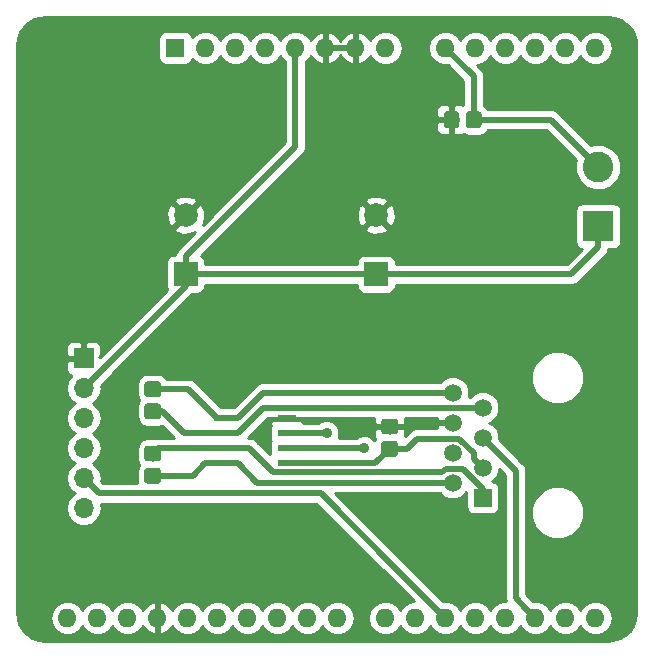
<source format=gtl>
G04 #@! TF.GenerationSoftware,KiCad,Pcbnew,5.0.0-fee4fd1~65~ubuntu17.10.1*
G04 #@! TF.CreationDate,2019-03-27T18:34:24-05:00*
G04 #@! TF.ProjectId,Operator,4F70657261746F722E6B696361645F70,1*
G04 #@! TF.SameCoordinates,Original*
G04 #@! TF.FileFunction,Copper,L1,Top,Signal*
G04 #@! TF.FilePolarity,Positive*
%FSLAX46Y46*%
G04 Gerber Fmt 4.6, Leading zero omitted, Abs format (unit mm)*
G04 Created by KiCad (PCBNEW 5.0.0-fee4fd1~65~ubuntu17.10.1) date Wed Mar 27 18:34:24 2019*
%MOMM*%
%LPD*%
G01*
G04 APERTURE LIST*
G04 #@! TA.AperFunction,Conductor*
%ADD10C,0.100000*%
G04 #@! TD*
G04 #@! TA.AperFunction,SMDPad,CuDef*
%ADD11C,1.325000*%
G04 #@! TD*
G04 #@! TA.AperFunction,ComponentPad*
%ADD12O,1.600000X1.600000*%
G04 #@! TD*
G04 #@! TA.AperFunction,ComponentPad*
%ADD13R,1.600000X1.600000*%
G04 #@! TD*
G04 #@! TA.AperFunction,ComponentPad*
%ADD14R,2.000000X2.000000*%
G04 #@! TD*
G04 #@! TA.AperFunction,ComponentPad*
%ADD15C,2.000000*%
G04 #@! TD*
G04 #@! TA.AperFunction,ComponentPad*
%ADD16R,1.500000X1.500000*%
G04 #@! TD*
G04 #@! TA.AperFunction,ComponentPad*
%ADD17C,1.500000*%
G04 #@! TD*
G04 #@! TA.AperFunction,ComponentPad*
%ADD18R,2.600000X2.600000*%
G04 #@! TD*
G04 #@! TA.AperFunction,ComponentPad*
%ADD19C,2.600000*%
G04 #@! TD*
G04 #@! TA.AperFunction,SMDPad,CuDef*
%ADD20R,1.550000X0.600000*%
G04 #@! TD*
G04 #@! TA.AperFunction,ComponentPad*
%ADD21R,1.700000X1.700000*%
G04 #@! TD*
G04 #@! TA.AperFunction,ComponentPad*
%ADD22O,1.700000X1.700000*%
G04 #@! TD*
G04 #@! TA.AperFunction,ViaPad*
%ADD23C,0.900000*%
G04 #@! TD*
G04 #@! TA.AperFunction,Conductor*
%ADD24C,0.500000*%
G04 #@! TD*
G04 #@! TA.AperFunction,Conductor*
%ADD25C,0.254000*%
G04 #@! TD*
G04 APERTURE END LIST*
D10*
G04 #@! TO.N,/5v*
G04 #@! TO.C,C3*
G36*
X166082505Y-86890204D02*
X166106773Y-86893804D01*
X166130572Y-86899765D01*
X166153671Y-86908030D01*
X166175850Y-86918520D01*
X166196893Y-86931132D01*
X166216599Y-86945747D01*
X166234777Y-86962223D01*
X166251253Y-86980401D01*
X166265868Y-87000107D01*
X166278480Y-87021150D01*
X166288970Y-87043329D01*
X166297235Y-87066428D01*
X166303196Y-87090227D01*
X166306796Y-87114495D01*
X166308000Y-87138999D01*
X166308000Y-87964001D01*
X166306796Y-87988505D01*
X166303196Y-88012773D01*
X166297235Y-88036572D01*
X166288970Y-88059671D01*
X166278480Y-88081850D01*
X166265868Y-88102893D01*
X166251253Y-88122599D01*
X166234777Y-88140777D01*
X166216599Y-88157253D01*
X166196893Y-88171868D01*
X166175850Y-88184480D01*
X166153671Y-88194970D01*
X166130572Y-88203235D01*
X166106773Y-88209196D01*
X166082505Y-88212796D01*
X166058001Y-88214000D01*
X165157999Y-88214000D01*
X165133495Y-88212796D01*
X165109227Y-88209196D01*
X165085428Y-88203235D01*
X165062329Y-88194970D01*
X165040150Y-88184480D01*
X165019107Y-88171868D01*
X164999401Y-88157253D01*
X164981223Y-88140777D01*
X164964747Y-88122599D01*
X164950132Y-88102893D01*
X164937520Y-88081850D01*
X164927030Y-88059671D01*
X164918765Y-88036572D01*
X164912804Y-88012773D01*
X164909204Y-87988505D01*
X164908000Y-87964001D01*
X164908000Y-87138999D01*
X164909204Y-87114495D01*
X164912804Y-87090227D01*
X164918765Y-87066428D01*
X164927030Y-87043329D01*
X164937520Y-87021150D01*
X164950132Y-87000107D01*
X164964747Y-86980401D01*
X164981223Y-86962223D01*
X164999401Y-86945747D01*
X165019107Y-86931132D01*
X165040150Y-86918520D01*
X165062329Y-86908030D01*
X165085428Y-86899765D01*
X165109227Y-86893804D01*
X165133495Y-86890204D01*
X165157999Y-86889000D01*
X166058001Y-86889000D01*
X166082505Y-86890204D01*
X166082505Y-86890204D01*
G37*
D11*
G04 #@! TD*
G04 #@! TO.P,C3,1*
G04 #@! TO.N,/5v*
X165608000Y-87551500D03*
D10*
G04 #@! TO.N,/GND*
G04 #@! TO.C,C3*
G36*
X166082505Y-85015204D02*
X166106773Y-85018804D01*
X166130572Y-85024765D01*
X166153671Y-85033030D01*
X166175850Y-85043520D01*
X166196893Y-85056132D01*
X166216599Y-85070747D01*
X166234777Y-85087223D01*
X166251253Y-85105401D01*
X166265868Y-85125107D01*
X166278480Y-85146150D01*
X166288970Y-85168329D01*
X166297235Y-85191428D01*
X166303196Y-85215227D01*
X166306796Y-85239495D01*
X166308000Y-85263999D01*
X166308000Y-86089001D01*
X166306796Y-86113505D01*
X166303196Y-86137773D01*
X166297235Y-86161572D01*
X166288970Y-86184671D01*
X166278480Y-86206850D01*
X166265868Y-86227893D01*
X166251253Y-86247599D01*
X166234777Y-86265777D01*
X166216599Y-86282253D01*
X166196893Y-86296868D01*
X166175850Y-86309480D01*
X166153671Y-86319970D01*
X166130572Y-86328235D01*
X166106773Y-86334196D01*
X166082505Y-86337796D01*
X166058001Y-86339000D01*
X165157999Y-86339000D01*
X165133495Y-86337796D01*
X165109227Y-86334196D01*
X165085428Y-86328235D01*
X165062329Y-86319970D01*
X165040150Y-86309480D01*
X165019107Y-86296868D01*
X164999401Y-86282253D01*
X164981223Y-86265777D01*
X164964747Y-86247599D01*
X164950132Y-86227893D01*
X164937520Y-86206850D01*
X164927030Y-86184671D01*
X164918765Y-86161572D01*
X164912804Y-86137773D01*
X164909204Y-86113505D01*
X164908000Y-86089001D01*
X164908000Y-85263999D01*
X164909204Y-85239495D01*
X164912804Y-85215227D01*
X164918765Y-85191428D01*
X164927030Y-85168329D01*
X164937520Y-85146150D01*
X164950132Y-85125107D01*
X164964747Y-85105401D01*
X164981223Y-85087223D01*
X164999401Y-85070747D01*
X165019107Y-85056132D01*
X165040150Y-85043520D01*
X165062329Y-85033030D01*
X165085428Y-85024765D01*
X165109227Y-85018804D01*
X165133495Y-85015204D01*
X165157999Y-85014000D01*
X166058001Y-85014000D01*
X166082505Y-85015204D01*
X166082505Y-85015204D01*
G37*
D11*
G04 #@! TD*
G04 #@! TO.P,C3,2*
G04 #@! TO.N,/GND*
X165608000Y-85676500D03*
D12*
G04 #@! TO.P,A1,32*
G04 #@! TO.N,Net-(A1-Pad32)*
X138328001Y-101875001D03*
G04 #@! TO.P,A1,31*
G04 #@! TO.N,Net-(A1-Pad31)*
X140868001Y-101875001D03*
D13*
G04 #@! TO.P,A1,1*
G04 #@! TO.N,Net-(A1-Pad1)*
X147468001Y-53615001D03*
D12*
G04 #@! TO.P,A1,17*
G04 #@! TO.N,/TransEnable_TTL*
X177948001Y-101875001D03*
G04 #@! TO.P,A1,2*
G04 #@! TO.N,Net-(A1-Pad2)*
X150008001Y-53615001D03*
G04 #@! TO.P,A1,18*
G04 #@! TO.N,/D3*
X175408001Y-101875001D03*
G04 #@! TO.P,A1,3*
G04 #@! TO.N,Net-(A1-Pad3)*
X152548001Y-53615001D03*
G04 #@! TO.P,A1,19*
G04 #@! TO.N,Net-(A1-Pad19)*
X172868001Y-101875001D03*
G04 #@! TO.P,A1,4*
G04 #@! TO.N,Net-(A1-Pad4)*
X155088001Y-53615001D03*
G04 #@! TO.P,A1,20*
G04 #@! TO.N,/D5*
X170328001Y-101875001D03*
G04 #@! TO.P,A1,5*
G04 #@! TO.N,/5v*
X157628001Y-53615001D03*
G04 #@! TO.P,A1,21*
G04 #@! TO.N,Net-(A1-Pad21)*
X167788001Y-101875001D03*
G04 #@! TO.P,A1,6*
G04 #@! TO.N,/GND*
X160168001Y-53615001D03*
G04 #@! TO.P,A1,22*
G04 #@! TO.N,Net-(A1-Pad22)*
X165248001Y-101875001D03*
G04 #@! TO.P,A1,7*
G04 #@! TO.N,/GND*
X162708001Y-53615001D03*
G04 #@! TO.P,A1,23*
G04 #@! TO.N,Net-(A1-Pad23)*
X161188001Y-101875001D03*
G04 #@! TO.P,A1,8*
G04 #@! TO.N,Net-(A1-Pad8)*
X165248001Y-53615001D03*
G04 #@! TO.P,A1,24*
G04 #@! TO.N,Net-(A1-Pad24)*
X158648001Y-101875001D03*
G04 #@! TO.P,A1,9*
G04 #@! TO.N,/A0*
X170328001Y-53615001D03*
G04 #@! TO.P,A1,25*
G04 #@! TO.N,Net-(A1-Pad25)*
X156108001Y-101875001D03*
G04 #@! TO.P,A1,10*
G04 #@! TO.N,Net-(A1-Pad10)*
X172868001Y-53615001D03*
G04 #@! TO.P,A1,26*
G04 #@! TO.N,Net-(A1-Pad26)*
X153568001Y-101875001D03*
G04 #@! TO.P,A1,11*
G04 #@! TO.N,Net-(A1-Pad11)*
X175408001Y-53615001D03*
G04 #@! TO.P,A1,27*
G04 #@! TO.N,Net-(A1-Pad27)*
X151028001Y-101875001D03*
G04 #@! TO.P,A1,12*
G04 #@! TO.N,Net-(A1-Pad12)*
X177948001Y-53615001D03*
G04 #@! TO.P,A1,28*
G04 #@! TO.N,Net-(A1-Pad28)*
X148488001Y-101875001D03*
G04 #@! TO.P,A1,13*
G04 #@! TO.N,/A4*
X180488001Y-53615001D03*
G04 #@! TO.P,A1,29*
G04 #@! TO.N,/GND*
X145948001Y-101875001D03*
G04 #@! TO.P,A1,14*
G04 #@! TO.N,/A5*
X183028001Y-53615001D03*
G04 #@! TO.P,A1,30*
G04 #@! TO.N,Net-(A1-Pad30)*
X143408001Y-101875001D03*
G04 #@! TO.P,A1,15*
G04 #@! TO.N,/USART_RX*
X183028001Y-101875001D03*
G04 #@! TO.P,A1,16*
G04 #@! TO.N,/USART_TX*
X180488001Y-101875001D03*
G04 #@! TD*
D14*
G04 #@! TO.P,C1,1*
G04 #@! TO.N,/5v*
X148336000Y-72771000D03*
D15*
G04 #@! TO.P,C1,2*
G04 #@! TO.N,/GND*
X148336000Y-67771000D03*
G04 #@! TD*
G04 #@! TO.P,C2,2*
G04 #@! TO.N,/GND*
X164465000Y-67771000D03*
D14*
G04 #@! TO.P,C2,1*
G04 #@! TO.N,/5v*
X164465000Y-72771000D03*
G04 #@! TD*
D16*
G04 #@! TO.P,J1,1*
G04 #@! TO.N,/-RX*
X173482000Y-91694000D03*
D17*
G04 #@! TO.P,J1,2*
G04 #@! TO.N,/+RX*
X170942000Y-90424000D03*
G04 #@! TO.P,J1,3*
G04 #@! TO.N,/5v*
X173482000Y-89154000D03*
G04 #@! TO.P,J1,4*
G04 #@! TO.N,Net-(J1-Pad4)*
X170942000Y-87884000D03*
G04 #@! TO.P,J1,5*
G04 #@! TO.N,/TransEnable_TTL*
X173482000Y-86614000D03*
G04 #@! TO.P,J1,6*
G04 #@! TO.N,/GND*
X170942000Y-85344000D03*
G04 #@! TO.P,J1,7*
G04 #@! TO.N,/+Tx*
X173482000Y-84074000D03*
G04 #@! TO.P,J1,8*
G04 #@! TO.N,/-TX*
X170942000Y-82804000D03*
G04 #@! TD*
D18*
G04 #@! TO.P,J2,1*
G04 #@! TO.N,/5v*
X183261000Y-68707000D03*
D19*
G04 #@! TO.P,J2,2*
G04 #@! TO.N,/A0*
X183261000Y-63707000D03*
G04 #@! TD*
D10*
G04 #@! TO.N,/+RX*
G04 #@! TO.C,R1*
G36*
X146016505Y-89176204D02*
X146040773Y-89179804D01*
X146064572Y-89185765D01*
X146087671Y-89194030D01*
X146109850Y-89204520D01*
X146130893Y-89217132D01*
X146150599Y-89231747D01*
X146168777Y-89248223D01*
X146185253Y-89266401D01*
X146199868Y-89286107D01*
X146212480Y-89307150D01*
X146222970Y-89329329D01*
X146231235Y-89352428D01*
X146237196Y-89376227D01*
X146240796Y-89400495D01*
X146242000Y-89424999D01*
X146242000Y-90250001D01*
X146240796Y-90274505D01*
X146237196Y-90298773D01*
X146231235Y-90322572D01*
X146222970Y-90345671D01*
X146212480Y-90367850D01*
X146199868Y-90388893D01*
X146185253Y-90408599D01*
X146168777Y-90426777D01*
X146150599Y-90443253D01*
X146130893Y-90457868D01*
X146109850Y-90470480D01*
X146087671Y-90480970D01*
X146064572Y-90489235D01*
X146040773Y-90495196D01*
X146016505Y-90498796D01*
X145992001Y-90500000D01*
X145091999Y-90500000D01*
X145067495Y-90498796D01*
X145043227Y-90495196D01*
X145019428Y-90489235D01*
X144996329Y-90480970D01*
X144974150Y-90470480D01*
X144953107Y-90457868D01*
X144933401Y-90443253D01*
X144915223Y-90426777D01*
X144898747Y-90408599D01*
X144884132Y-90388893D01*
X144871520Y-90367850D01*
X144861030Y-90345671D01*
X144852765Y-90322572D01*
X144846804Y-90298773D01*
X144843204Y-90274505D01*
X144842000Y-90250001D01*
X144842000Y-89424999D01*
X144843204Y-89400495D01*
X144846804Y-89376227D01*
X144852765Y-89352428D01*
X144861030Y-89329329D01*
X144871520Y-89307150D01*
X144884132Y-89286107D01*
X144898747Y-89266401D01*
X144915223Y-89248223D01*
X144933401Y-89231747D01*
X144953107Y-89217132D01*
X144974150Y-89204520D01*
X144996329Y-89194030D01*
X145019428Y-89185765D01*
X145043227Y-89179804D01*
X145067495Y-89176204D01*
X145091999Y-89175000D01*
X145992001Y-89175000D01*
X146016505Y-89176204D01*
X146016505Y-89176204D01*
G37*
D11*
G04 #@! TD*
G04 #@! TO.P,R1,1*
G04 #@! TO.N,/+RX*
X145542000Y-89837500D03*
D10*
G04 #@! TO.N,/-RX*
G04 #@! TO.C,R1*
G36*
X146016505Y-87301204D02*
X146040773Y-87304804D01*
X146064572Y-87310765D01*
X146087671Y-87319030D01*
X146109850Y-87329520D01*
X146130893Y-87342132D01*
X146150599Y-87356747D01*
X146168777Y-87373223D01*
X146185253Y-87391401D01*
X146199868Y-87411107D01*
X146212480Y-87432150D01*
X146222970Y-87454329D01*
X146231235Y-87477428D01*
X146237196Y-87501227D01*
X146240796Y-87525495D01*
X146242000Y-87549999D01*
X146242000Y-88375001D01*
X146240796Y-88399505D01*
X146237196Y-88423773D01*
X146231235Y-88447572D01*
X146222970Y-88470671D01*
X146212480Y-88492850D01*
X146199868Y-88513893D01*
X146185253Y-88533599D01*
X146168777Y-88551777D01*
X146150599Y-88568253D01*
X146130893Y-88582868D01*
X146109850Y-88595480D01*
X146087671Y-88605970D01*
X146064572Y-88614235D01*
X146040773Y-88620196D01*
X146016505Y-88623796D01*
X145992001Y-88625000D01*
X145091999Y-88625000D01*
X145067495Y-88623796D01*
X145043227Y-88620196D01*
X145019428Y-88614235D01*
X144996329Y-88605970D01*
X144974150Y-88595480D01*
X144953107Y-88582868D01*
X144933401Y-88568253D01*
X144915223Y-88551777D01*
X144898747Y-88533599D01*
X144884132Y-88513893D01*
X144871520Y-88492850D01*
X144861030Y-88470671D01*
X144852765Y-88447572D01*
X144846804Y-88423773D01*
X144843204Y-88399505D01*
X144842000Y-88375001D01*
X144842000Y-87549999D01*
X144843204Y-87525495D01*
X144846804Y-87501227D01*
X144852765Y-87477428D01*
X144861030Y-87454329D01*
X144871520Y-87432150D01*
X144884132Y-87411107D01*
X144898747Y-87391401D01*
X144915223Y-87373223D01*
X144933401Y-87356747D01*
X144953107Y-87342132D01*
X144974150Y-87329520D01*
X144996329Y-87319030D01*
X145019428Y-87310765D01*
X145043227Y-87304804D01*
X145067495Y-87301204D01*
X145091999Y-87300000D01*
X145992001Y-87300000D01*
X146016505Y-87301204D01*
X146016505Y-87301204D01*
G37*
D11*
G04 #@! TD*
G04 #@! TO.P,R1,2*
G04 #@! TO.N,/-RX*
X145542000Y-87962500D03*
D10*
G04 #@! TO.N,/-TX*
G04 #@! TO.C,R2*
G36*
X146016505Y-81840204D02*
X146040773Y-81843804D01*
X146064572Y-81849765D01*
X146087671Y-81858030D01*
X146109850Y-81868520D01*
X146130893Y-81881132D01*
X146150599Y-81895747D01*
X146168777Y-81912223D01*
X146185253Y-81930401D01*
X146199868Y-81950107D01*
X146212480Y-81971150D01*
X146222970Y-81993329D01*
X146231235Y-82016428D01*
X146237196Y-82040227D01*
X146240796Y-82064495D01*
X146242000Y-82088999D01*
X146242000Y-82914001D01*
X146240796Y-82938505D01*
X146237196Y-82962773D01*
X146231235Y-82986572D01*
X146222970Y-83009671D01*
X146212480Y-83031850D01*
X146199868Y-83052893D01*
X146185253Y-83072599D01*
X146168777Y-83090777D01*
X146150599Y-83107253D01*
X146130893Y-83121868D01*
X146109850Y-83134480D01*
X146087671Y-83144970D01*
X146064572Y-83153235D01*
X146040773Y-83159196D01*
X146016505Y-83162796D01*
X145992001Y-83164000D01*
X145091999Y-83164000D01*
X145067495Y-83162796D01*
X145043227Y-83159196D01*
X145019428Y-83153235D01*
X144996329Y-83144970D01*
X144974150Y-83134480D01*
X144953107Y-83121868D01*
X144933401Y-83107253D01*
X144915223Y-83090777D01*
X144898747Y-83072599D01*
X144884132Y-83052893D01*
X144871520Y-83031850D01*
X144861030Y-83009671D01*
X144852765Y-82986572D01*
X144846804Y-82962773D01*
X144843204Y-82938505D01*
X144842000Y-82914001D01*
X144842000Y-82088999D01*
X144843204Y-82064495D01*
X144846804Y-82040227D01*
X144852765Y-82016428D01*
X144861030Y-81993329D01*
X144871520Y-81971150D01*
X144884132Y-81950107D01*
X144898747Y-81930401D01*
X144915223Y-81912223D01*
X144933401Y-81895747D01*
X144953107Y-81881132D01*
X144974150Y-81868520D01*
X144996329Y-81858030D01*
X145019428Y-81849765D01*
X145043227Y-81843804D01*
X145067495Y-81840204D01*
X145091999Y-81839000D01*
X145992001Y-81839000D01*
X146016505Y-81840204D01*
X146016505Y-81840204D01*
G37*
D11*
G04 #@! TD*
G04 #@! TO.P,R2,2*
G04 #@! TO.N,/-TX*
X145542000Y-82501500D03*
D10*
G04 #@! TO.N,/+Tx*
G04 #@! TO.C,R2*
G36*
X146016505Y-83715204D02*
X146040773Y-83718804D01*
X146064572Y-83724765D01*
X146087671Y-83733030D01*
X146109850Y-83743520D01*
X146130893Y-83756132D01*
X146150599Y-83770747D01*
X146168777Y-83787223D01*
X146185253Y-83805401D01*
X146199868Y-83825107D01*
X146212480Y-83846150D01*
X146222970Y-83868329D01*
X146231235Y-83891428D01*
X146237196Y-83915227D01*
X146240796Y-83939495D01*
X146242000Y-83963999D01*
X146242000Y-84789001D01*
X146240796Y-84813505D01*
X146237196Y-84837773D01*
X146231235Y-84861572D01*
X146222970Y-84884671D01*
X146212480Y-84906850D01*
X146199868Y-84927893D01*
X146185253Y-84947599D01*
X146168777Y-84965777D01*
X146150599Y-84982253D01*
X146130893Y-84996868D01*
X146109850Y-85009480D01*
X146087671Y-85019970D01*
X146064572Y-85028235D01*
X146040773Y-85034196D01*
X146016505Y-85037796D01*
X145992001Y-85039000D01*
X145091999Y-85039000D01*
X145067495Y-85037796D01*
X145043227Y-85034196D01*
X145019428Y-85028235D01*
X144996329Y-85019970D01*
X144974150Y-85009480D01*
X144953107Y-84996868D01*
X144933401Y-84982253D01*
X144915223Y-84965777D01*
X144898747Y-84947599D01*
X144884132Y-84927893D01*
X144871520Y-84906850D01*
X144861030Y-84884671D01*
X144852765Y-84861572D01*
X144846804Y-84837773D01*
X144843204Y-84813505D01*
X144842000Y-84789001D01*
X144842000Y-83963999D01*
X144843204Y-83939495D01*
X144846804Y-83915227D01*
X144852765Y-83891428D01*
X144861030Y-83868329D01*
X144871520Y-83846150D01*
X144884132Y-83825107D01*
X144898747Y-83805401D01*
X144915223Y-83787223D01*
X144933401Y-83770747D01*
X144953107Y-83756132D01*
X144974150Y-83743520D01*
X144996329Y-83733030D01*
X145019428Y-83724765D01*
X145043227Y-83718804D01*
X145067495Y-83715204D01*
X145091999Y-83714000D01*
X145992001Y-83714000D01*
X146016505Y-83715204D01*
X146016505Y-83715204D01*
G37*
D11*
G04 #@! TD*
G04 #@! TO.P,R2,1*
G04 #@! TO.N,/+Tx*
X145542000Y-84376500D03*
D10*
G04 #@! TO.N,/A0*
G04 #@! TO.C,R3*
G36*
X173157005Y-58991204D02*
X173181273Y-58994804D01*
X173205072Y-59000765D01*
X173228171Y-59009030D01*
X173250350Y-59019520D01*
X173271393Y-59032132D01*
X173291099Y-59046747D01*
X173309277Y-59063223D01*
X173325753Y-59081401D01*
X173340368Y-59101107D01*
X173352980Y-59122150D01*
X173363470Y-59144329D01*
X173371735Y-59167428D01*
X173377696Y-59191227D01*
X173381296Y-59215495D01*
X173382500Y-59239999D01*
X173382500Y-60140001D01*
X173381296Y-60164505D01*
X173377696Y-60188773D01*
X173371735Y-60212572D01*
X173363470Y-60235671D01*
X173352980Y-60257850D01*
X173340368Y-60278893D01*
X173325753Y-60298599D01*
X173309277Y-60316777D01*
X173291099Y-60333253D01*
X173271393Y-60347868D01*
X173250350Y-60360480D01*
X173228171Y-60370970D01*
X173205072Y-60379235D01*
X173181273Y-60385196D01*
X173157005Y-60388796D01*
X173132501Y-60390000D01*
X172307499Y-60390000D01*
X172282995Y-60388796D01*
X172258727Y-60385196D01*
X172234928Y-60379235D01*
X172211829Y-60370970D01*
X172189650Y-60360480D01*
X172168607Y-60347868D01*
X172148901Y-60333253D01*
X172130723Y-60316777D01*
X172114247Y-60298599D01*
X172099632Y-60278893D01*
X172087020Y-60257850D01*
X172076530Y-60235671D01*
X172068265Y-60212572D01*
X172062304Y-60188773D01*
X172058704Y-60164505D01*
X172057500Y-60140001D01*
X172057500Y-59239999D01*
X172058704Y-59215495D01*
X172062304Y-59191227D01*
X172068265Y-59167428D01*
X172076530Y-59144329D01*
X172087020Y-59122150D01*
X172099632Y-59101107D01*
X172114247Y-59081401D01*
X172130723Y-59063223D01*
X172148901Y-59046747D01*
X172168607Y-59032132D01*
X172189650Y-59019520D01*
X172211829Y-59009030D01*
X172234928Y-59000765D01*
X172258727Y-58994804D01*
X172282995Y-58991204D01*
X172307499Y-58990000D01*
X173132501Y-58990000D01*
X173157005Y-58991204D01*
X173157005Y-58991204D01*
G37*
D11*
G04 #@! TD*
G04 #@! TO.P,R3,1*
G04 #@! TO.N,/A0*
X172720000Y-59690000D03*
D10*
G04 #@! TO.N,/GND*
G04 #@! TO.C,R3*
G36*
X171282005Y-58991204D02*
X171306273Y-58994804D01*
X171330072Y-59000765D01*
X171353171Y-59009030D01*
X171375350Y-59019520D01*
X171396393Y-59032132D01*
X171416099Y-59046747D01*
X171434277Y-59063223D01*
X171450753Y-59081401D01*
X171465368Y-59101107D01*
X171477980Y-59122150D01*
X171488470Y-59144329D01*
X171496735Y-59167428D01*
X171502696Y-59191227D01*
X171506296Y-59215495D01*
X171507500Y-59239999D01*
X171507500Y-60140001D01*
X171506296Y-60164505D01*
X171502696Y-60188773D01*
X171496735Y-60212572D01*
X171488470Y-60235671D01*
X171477980Y-60257850D01*
X171465368Y-60278893D01*
X171450753Y-60298599D01*
X171434277Y-60316777D01*
X171416099Y-60333253D01*
X171396393Y-60347868D01*
X171375350Y-60360480D01*
X171353171Y-60370970D01*
X171330072Y-60379235D01*
X171306273Y-60385196D01*
X171282005Y-60388796D01*
X171257501Y-60390000D01*
X170432499Y-60390000D01*
X170407995Y-60388796D01*
X170383727Y-60385196D01*
X170359928Y-60379235D01*
X170336829Y-60370970D01*
X170314650Y-60360480D01*
X170293607Y-60347868D01*
X170273901Y-60333253D01*
X170255723Y-60316777D01*
X170239247Y-60298599D01*
X170224632Y-60278893D01*
X170212020Y-60257850D01*
X170201530Y-60235671D01*
X170193265Y-60212572D01*
X170187304Y-60188773D01*
X170183704Y-60164505D01*
X170182500Y-60140001D01*
X170182500Y-59239999D01*
X170183704Y-59215495D01*
X170187304Y-59191227D01*
X170193265Y-59167428D01*
X170201530Y-59144329D01*
X170212020Y-59122150D01*
X170224632Y-59101107D01*
X170239247Y-59081401D01*
X170255723Y-59063223D01*
X170273901Y-59046747D01*
X170293607Y-59032132D01*
X170314650Y-59019520D01*
X170336829Y-59009030D01*
X170359928Y-59000765D01*
X170383727Y-58994804D01*
X170407995Y-58991204D01*
X170432499Y-58990000D01*
X171257501Y-58990000D01*
X171282005Y-58991204D01*
X171282005Y-58991204D01*
G37*
D11*
G04 #@! TD*
G04 #@! TO.P,R3,2*
G04 #@! TO.N,/GND*
X170845000Y-59690000D03*
D20*
G04 #@! TO.P,U1,1*
G04 #@! TO.N,/5v*
X156878000Y-88773000D03*
G04 #@! TO.P,U1,2*
G04 #@! TO.N,/USART_RX*
X156878000Y-87503000D03*
G04 #@! TO.P,U1,3*
G04 #@! TO.N,/USART_TX*
X156878000Y-86233000D03*
G04 #@! TO.P,U1,4*
G04 #@! TO.N,/GND*
X156878000Y-84963000D03*
G04 #@! TO.P,U1,5*
G04 #@! TO.N,/-TX*
X151478000Y-84963000D03*
G04 #@! TO.P,U1,6*
G04 #@! TO.N,/+Tx*
X151478000Y-86233000D03*
G04 #@! TO.P,U1,7*
G04 #@! TO.N,/-RX*
X151478000Y-87503000D03*
G04 #@! TO.P,U1,8*
G04 #@! TO.N,/+RX*
X151478000Y-88773000D03*
G04 #@! TD*
D21*
G04 #@! TO.P,J3,1*
G04 #@! TO.N,/GND*
X139700000Y-79883000D03*
D22*
G04 #@! TO.P,J3,2*
G04 #@! TO.N,/5v*
X139700000Y-82423000D03*
G04 #@! TO.P,J3,3*
G04 #@! TO.N,/A5*
X139700000Y-84963000D03*
G04 #@! TO.P,J3,4*
G04 #@! TO.N,/A4*
X139700000Y-87503000D03*
G04 #@! TO.P,J3,5*
G04 #@! TO.N,/D5*
X139700000Y-90043000D03*
G04 #@! TO.P,J3,6*
G04 #@! TO.N,/D3*
X139700000Y-92583000D03*
G04 #@! TD*
D23*
G04 #@! TO.N,/GND*
X167132000Y-58420000D03*
X173609000Y-94488000D03*
X162306000Y-85471000D03*
G04 #@! TO.N,/USART_RX*
X163449000Y-87503000D03*
G04 #@! TO.N,/USART_TX*
X160274000Y-86233000D03*
G04 #@! TD*
D24*
G04 #@! TO.N,/TransEnable_TTL*
X177148002Y-101075002D02*
X177948001Y-101875001D01*
X176276000Y-100203000D02*
X177148002Y-101075002D01*
X176276000Y-89408000D02*
X176276000Y-100203000D01*
X173482000Y-86614000D02*
X176276000Y-89408000D01*
G04 #@! TO.N,/5v*
X172732001Y-88404001D02*
X173482000Y-89154000D01*
X167951001Y-86683999D02*
X171518001Y-86683999D01*
X171518001Y-86683999D02*
X172732001Y-87897999D01*
X172732001Y-87897999D02*
X172732001Y-88404001D01*
X148336000Y-73787000D02*
X148336000Y-72771000D01*
X139700000Y-82423000D02*
X148336000Y-73787000D01*
X148336000Y-72771000D02*
X164465000Y-72771000D01*
X180997000Y-72771000D02*
X183261000Y-70507000D01*
X183261000Y-70507000D02*
X183261000Y-68707000D01*
X164465000Y-72771000D02*
X180997000Y-72771000D01*
X157628001Y-54746371D02*
X157628001Y-53615001D01*
X157628001Y-61978999D02*
X157628001Y-54746371D01*
X148336000Y-71271000D02*
X157628001Y-61978999D01*
X148336000Y-72771000D02*
X148336000Y-71271000D01*
X164386500Y-88773000D02*
X165608000Y-87551500D01*
X156878000Y-88773000D02*
X164386500Y-88773000D01*
X167083500Y-87551500D02*
X167951001Y-86683999D01*
X165608000Y-87551500D02*
X167083500Y-87551500D01*
G04 #@! TO.N,/GND*
X170942000Y-85344000D02*
X169881340Y-85344000D01*
X169881340Y-85344000D02*
X168148000Y-85344000D01*
G04 #@! TO.N,/A0*
X179244000Y-59690000D02*
X172720000Y-59690000D01*
X183261000Y-63707000D02*
X179244000Y-59690000D01*
X172720000Y-56007000D02*
X172720000Y-59690000D01*
X170328001Y-53615001D02*
X172720000Y-56007000D01*
G04 #@! TO.N,/USART_RX*
X156878000Y-87503000D02*
X161163000Y-87503000D01*
X161163000Y-87503000D02*
X163449000Y-87503000D01*
G04 #@! TO.N,/USART_TX*
X156878000Y-86233000D02*
X160274000Y-86233000D01*
G04 #@! TO.N,/-RX*
X146001500Y-87503000D02*
X145542000Y-87962500D01*
X151478000Y-87503000D02*
X146001500Y-87503000D01*
X173482000Y-90930002D02*
X173482000Y-91694000D01*
X171775997Y-89223999D02*
X173482000Y-90930002D01*
X170365999Y-89223999D02*
X171775997Y-89223999D01*
X155754998Y-89535000D02*
X170054998Y-89535000D01*
X153722998Y-87503000D02*
X155754998Y-89535000D01*
X170054998Y-89535000D02*
X170365999Y-89223999D01*
X151478000Y-87503000D02*
X153722998Y-87503000D01*
G04 #@! TO.N,/+RX*
X169881340Y-90424000D02*
X170942000Y-90424000D01*
X154404000Y-90424000D02*
X169881340Y-90424000D01*
X152753000Y-88773000D02*
X154404000Y-90424000D01*
X151478000Y-88773000D02*
X152753000Y-88773000D01*
X148922500Y-89837500D02*
X145542000Y-89837500D01*
X151478000Y-88773000D02*
X149987000Y-88773000D01*
X149987000Y-88773000D02*
X148922500Y-89837500D01*
G04 #@! TO.N,/+Tx*
X172421340Y-84074000D02*
X173482000Y-84074000D01*
X154912000Y-84074000D02*
X172421340Y-84074000D01*
X151478000Y-86233000D02*
X152753000Y-86233000D01*
X152753000Y-86233000D02*
X154912000Y-84074000D01*
X150203000Y-86233000D02*
X151478000Y-86233000D01*
X148198500Y-86233000D02*
X150203000Y-86233000D01*
X146342000Y-84376500D02*
X148198500Y-86233000D01*
X145542000Y-84376500D02*
X146342000Y-84376500D01*
G04 #@! TO.N,/-TX*
X152753000Y-84963000D02*
X154912000Y-82804000D01*
X169881340Y-82804000D02*
X170942000Y-82804000D01*
X154912000Y-82804000D02*
X169881340Y-82804000D01*
X151478000Y-84963000D02*
X152753000Y-84963000D01*
X148541500Y-82501500D02*
X145542000Y-82501500D01*
X151478000Y-84963000D02*
X151003000Y-84963000D01*
X151003000Y-84963000D02*
X148541500Y-82501500D01*
G04 #@! TO.N,/D5*
X140970000Y-91313000D02*
X159766000Y-91313000D01*
X166243000Y-97790000D02*
X170328001Y-101875001D01*
X159766000Y-91313000D02*
X166243000Y-97790000D01*
X139700000Y-90043000D02*
X140970000Y-91313000D01*
G04 #@! TD*
D25*
G04 #@! TO.N,/GND*
G36*
X184686751Y-51069388D02*
X185194705Y-51253766D01*
X185646624Y-51550057D01*
X186018258Y-51942364D01*
X186289675Y-52409641D01*
X186449134Y-52936132D01*
X186488001Y-53371630D01*
X186488000Y-101431752D01*
X186420612Y-102009751D01*
X186236234Y-102517705D01*
X185939941Y-102969625D01*
X185547636Y-103341259D01*
X185080354Y-103612677D01*
X184553867Y-103772134D01*
X184118381Y-103811000D01*
X136439248Y-103811000D01*
X135861249Y-103743612D01*
X135353295Y-103559234D01*
X134901375Y-103262941D01*
X134529741Y-102870636D01*
X134258323Y-102403354D01*
X134098866Y-101876867D01*
X134098700Y-101875001D01*
X136864888Y-101875001D01*
X136976261Y-102434910D01*
X137293424Y-102909578D01*
X137768092Y-103226741D01*
X138186668Y-103310001D01*
X138469334Y-103310001D01*
X138887910Y-103226741D01*
X139362578Y-102909578D01*
X139598001Y-102557243D01*
X139833424Y-102909578D01*
X140308092Y-103226741D01*
X140726668Y-103310001D01*
X141009334Y-103310001D01*
X141427910Y-103226741D01*
X141902578Y-102909578D01*
X142138001Y-102557243D01*
X142373424Y-102909578D01*
X142848092Y-103226741D01*
X143266668Y-103310001D01*
X143549334Y-103310001D01*
X143967910Y-103226741D01*
X144442578Y-102909578D01*
X144698948Y-102525893D01*
X144795612Y-102730135D01*
X145210578Y-103106042D01*
X145598962Y-103266905D01*
X145821001Y-103144916D01*
X145821001Y-102002001D01*
X145801001Y-102002001D01*
X145801001Y-101748001D01*
X145821001Y-101748001D01*
X145821001Y-100605086D01*
X146075001Y-100605086D01*
X146075001Y-101748001D01*
X146095001Y-101748001D01*
X146095001Y-102002001D01*
X146075001Y-102002001D01*
X146075001Y-103144916D01*
X146297040Y-103266905D01*
X146685424Y-103106042D01*
X147100390Y-102730135D01*
X147197054Y-102525893D01*
X147453424Y-102909578D01*
X147928092Y-103226741D01*
X148346668Y-103310001D01*
X148629334Y-103310001D01*
X149047910Y-103226741D01*
X149522578Y-102909578D01*
X149758001Y-102557243D01*
X149993424Y-102909578D01*
X150468092Y-103226741D01*
X150886668Y-103310001D01*
X151169334Y-103310001D01*
X151587910Y-103226741D01*
X152062578Y-102909578D01*
X152298001Y-102557243D01*
X152533424Y-102909578D01*
X153008092Y-103226741D01*
X153426668Y-103310001D01*
X153709334Y-103310001D01*
X154127910Y-103226741D01*
X154602578Y-102909578D01*
X154838001Y-102557243D01*
X155073424Y-102909578D01*
X155548092Y-103226741D01*
X155966668Y-103310001D01*
X156249334Y-103310001D01*
X156667910Y-103226741D01*
X157142578Y-102909578D01*
X157378001Y-102557243D01*
X157613424Y-102909578D01*
X158088092Y-103226741D01*
X158506668Y-103310001D01*
X158789334Y-103310001D01*
X159207910Y-103226741D01*
X159682578Y-102909578D01*
X159918001Y-102557243D01*
X160153424Y-102909578D01*
X160628092Y-103226741D01*
X161046668Y-103310001D01*
X161329334Y-103310001D01*
X161747910Y-103226741D01*
X162222578Y-102909578D01*
X162539741Y-102434910D01*
X162651114Y-101875001D01*
X162539741Y-101315092D01*
X162222578Y-100840424D01*
X161747910Y-100523261D01*
X161329334Y-100440001D01*
X161046668Y-100440001D01*
X160628092Y-100523261D01*
X160153424Y-100840424D01*
X159918001Y-101192759D01*
X159682578Y-100840424D01*
X159207910Y-100523261D01*
X158789334Y-100440001D01*
X158506668Y-100440001D01*
X158088092Y-100523261D01*
X157613424Y-100840424D01*
X157378001Y-101192759D01*
X157142578Y-100840424D01*
X156667910Y-100523261D01*
X156249334Y-100440001D01*
X155966668Y-100440001D01*
X155548092Y-100523261D01*
X155073424Y-100840424D01*
X154838001Y-101192759D01*
X154602578Y-100840424D01*
X154127910Y-100523261D01*
X153709334Y-100440001D01*
X153426668Y-100440001D01*
X153008092Y-100523261D01*
X152533424Y-100840424D01*
X152298001Y-101192759D01*
X152062578Y-100840424D01*
X151587910Y-100523261D01*
X151169334Y-100440001D01*
X150886668Y-100440001D01*
X150468092Y-100523261D01*
X149993424Y-100840424D01*
X149758001Y-101192759D01*
X149522578Y-100840424D01*
X149047910Y-100523261D01*
X148629334Y-100440001D01*
X148346668Y-100440001D01*
X147928092Y-100523261D01*
X147453424Y-100840424D01*
X147197054Y-101224109D01*
X147100390Y-101019867D01*
X146685424Y-100643960D01*
X146297040Y-100483097D01*
X146075001Y-100605086D01*
X145821001Y-100605086D01*
X145598962Y-100483097D01*
X145210578Y-100643960D01*
X144795612Y-101019867D01*
X144698948Y-101224109D01*
X144442578Y-100840424D01*
X143967910Y-100523261D01*
X143549334Y-100440001D01*
X143266668Y-100440001D01*
X142848092Y-100523261D01*
X142373424Y-100840424D01*
X142138001Y-101192759D01*
X141902578Y-100840424D01*
X141427910Y-100523261D01*
X141009334Y-100440001D01*
X140726668Y-100440001D01*
X140308092Y-100523261D01*
X139833424Y-100840424D01*
X139598001Y-101192759D01*
X139362578Y-100840424D01*
X138887910Y-100523261D01*
X138469334Y-100440001D01*
X138186668Y-100440001D01*
X137768092Y-100523261D01*
X137293424Y-100840424D01*
X136976261Y-101315092D01*
X136864888Y-101875001D01*
X134098700Y-101875001D01*
X134060000Y-101441381D01*
X134060000Y-82423000D01*
X138185908Y-82423000D01*
X138301161Y-83002418D01*
X138629375Y-83493625D01*
X138927761Y-83693000D01*
X138629375Y-83892375D01*
X138301161Y-84383582D01*
X138185908Y-84963000D01*
X138301161Y-85542418D01*
X138629375Y-86033625D01*
X138927761Y-86233000D01*
X138629375Y-86432375D01*
X138301161Y-86923582D01*
X138185908Y-87503000D01*
X138301161Y-88082418D01*
X138629375Y-88573625D01*
X138927761Y-88773000D01*
X138629375Y-88972375D01*
X138301161Y-89463582D01*
X138185908Y-90043000D01*
X138301161Y-90622418D01*
X138629375Y-91113625D01*
X138927761Y-91313000D01*
X138629375Y-91512375D01*
X138301161Y-92003582D01*
X138185908Y-92583000D01*
X138301161Y-93162418D01*
X138629375Y-93653625D01*
X139120582Y-93981839D01*
X139553744Y-94068000D01*
X139846256Y-94068000D01*
X140279418Y-93981839D01*
X140770625Y-93653625D01*
X141098839Y-93162418D01*
X141214092Y-92583000D01*
X141137511Y-92198000D01*
X159399422Y-92198000D01*
X165678845Y-98477424D01*
X165678848Y-98477426D01*
X167642293Y-100440871D01*
X167228092Y-100523261D01*
X166753424Y-100840424D01*
X166518001Y-101192759D01*
X166282578Y-100840424D01*
X165807910Y-100523261D01*
X165389334Y-100440001D01*
X165106668Y-100440001D01*
X164688092Y-100523261D01*
X164213424Y-100840424D01*
X163896261Y-101315092D01*
X163784888Y-101875001D01*
X163896261Y-102434910D01*
X164213424Y-102909578D01*
X164688092Y-103226741D01*
X165106668Y-103310001D01*
X165389334Y-103310001D01*
X165807910Y-103226741D01*
X166282578Y-102909578D01*
X166518001Y-102557243D01*
X166753424Y-102909578D01*
X167228092Y-103226741D01*
X167646668Y-103310001D01*
X167929334Y-103310001D01*
X168347910Y-103226741D01*
X168822578Y-102909578D01*
X169058001Y-102557243D01*
X169293424Y-102909578D01*
X169768092Y-103226741D01*
X170186668Y-103310001D01*
X170469334Y-103310001D01*
X170887910Y-103226741D01*
X171362578Y-102909578D01*
X171598001Y-102557243D01*
X171833424Y-102909578D01*
X172308092Y-103226741D01*
X172726668Y-103310001D01*
X173009334Y-103310001D01*
X173427910Y-103226741D01*
X173902578Y-102909578D01*
X174138001Y-102557243D01*
X174373424Y-102909578D01*
X174848092Y-103226741D01*
X175266668Y-103310001D01*
X175549334Y-103310001D01*
X175967910Y-103226741D01*
X176442578Y-102909578D01*
X176678001Y-102557243D01*
X176913424Y-102909578D01*
X177388092Y-103226741D01*
X177806668Y-103310001D01*
X178089334Y-103310001D01*
X178507910Y-103226741D01*
X178982578Y-102909578D01*
X179218001Y-102557243D01*
X179453424Y-102909578D01*
X179928092Y-103226741D01*
X180346668Y-103310001D01*
X180629334Y-103310001D01*
X181047910Y-103226741D01*
X181522578Y-102909578D01*
X181758001Y-102557243D01*
X181993424Y-102909578D01*
X182468092Y-103226741D01*
X182886668Y-103310001D01*
X183169334Y-103310001D01*
X183587910Y-103226741D01*
X184062578Y-102909578D01*
X184379741Y-102434910D01*
X184491114Y-101875001D01*
X184379741Y-101315092D01*
X184062578Y-100840424D01*
X183587910Y-100523261D01*
X183169334Y-100440001D01*
X182886668Y-100440001D01*
X182468092Y-100523261D01*
X181993424Y-100840424D01*
X181758001Y-101192759D01*
X181522578Y-100840424D01*
X181047910Y-100523261D01*
X180629334Y-100440001D01*
X180346668Y-100440001D01*
X179928092Y-100523261D01*
X179453424Y-100840424D01*
X179218001Y-101192759D01*
X178982578Y-100840424D01*
X178507910Y-100523261D01*
X178089334Y-100440001D01*
X177806668Y-100440001D01*
X177771563Y-100446984D01*
X177161000Y-99836422D01*
X177161000Y-92519431D01*
X177597000Y-92519431D01*
X177597000Y-93408569D01*
X177937259Y-94230026D01*
X178565974Y-94858741D01*
X179387431Y-95199000D01*
X180276569Y-95199000D01*
X181098026Y-94858741D01*
X181726741Y-94230026D01*
X182067000Y-93408569D01*
X182067000Y-92519431D01*
X181726741Y-91697974D01*
X181098026Y-91069259D01*
X180276569Y-90729000D01*
X179387431Y-90729000D01*
X178565974Y-91069259D01*
X177937259Y-91697974D01*
X177597000Y-92519431D01*
X177161000Y-92519431D01*
X177161000Y-89495161D01*
X177178337Y-89408000D01*
X177161000Y-89320839D01*
X177161000Y-89320835D01*
X177109652Y-89062690D01*
X177070335Y-89003848D01*
X176963424Y-88843845D01*
X176963423Y-88843844D01*
X176914049Y-88769951D01*
X176840156Y-88720577D01*
X174867000Y-86747422D01*
X174867000Y-86338506D01*
X174656147Y-85829460D01*
X174266540Y-85439853D01*
X174035130Y-85344000D01*
X174266540Y-85248147D01*
X174656147Y-84858540D01*
X174867000Y-84349494D01*
X174867000Y-83798506D01*
X174656147Y-83289460D01*
X174266540Y-82899853D01*
X173757494Y-82689000D01*
X173206506Y-82689000D01*
X172697460Y-82899853D01*
X172408313Y-83189000D01*
X172281641Y-83189000D01*
X172327000Y-83079494D01*
X172327000Y-82528506D01*
X172116147Y-82019460D01*
X171726540Y-81629853D01*
X171217494Y-81419000D01*
X170666506Y-81419000D01*
X170157460Y-81629853D01*
X169868313Y-81919000D01*
X154999159Y-81919000D01*
X154911999Y-81901663D01*
X154824840Y-81919000D01*
X154824835Y-81919000D01*
X154566690Y-81970348D01*
X154406041Y-82077691D01*
X154347845Y-82116576D01*
X154347844Y-82116577D01*
X154273951Y-82165951D01*
X154224577Y-82239844D01*
X152416367Y-84048055D01*
X152253000Y-84015560D01*
X151307139Y-84015560D01*
X149228925Y-81937347D01*
X149179549Y-81863451D01*
X148886810Y-81667848D01*
X148628665Y-81616500D01*
X148628661Y-81616500D01*
X148541500Y-81599163D01*
X148454339Y-81616500D01*
X146734889Y-81616500D01*
X146626586Y-81454414D01*
X146335436Y-81259873D01*
X145992001Y-81191560D01*
X145091999Y-81191560D01*
X144748564Y-81259873D01*
X144457414Y-81454414D01*
X144262873Y-81745564D01*
X144194560Y-82088999D01*
X144194560Y-82914001D01*
X144262873Y-83257436D01*
X144384191Y-83439000D01*
X144262873Y-83620564D01*
X144194560Y-83963999D01*
X144194560Y-84789001D01*
X144262873Y-85132436D01*
X144457414Y-85423586D01*
X144748564Y-85618127D01*
X145091999Y-85686440D01*
X145992001Y-85686440D01*
X146332611Y-85618689D01*
X147331921Y-86618000D01*
X146088659Y-86618000D01*
X146001499Y-86600663D01*
X145914339Y-86618000D01*
X145914335Y-86618000D01*
X145740589Y-86652560D01*
X145091999Y-86652560D01*
X144748564Y-86720873D01*
X144457414Y-86915414D01*
X144262873Y-87206564D01*
X144194560Y-87549999D01*
X144194560Y-88375001D01*
X144262873Y-88718436D01*
X144384191Y-88900000D01*
X144262873Y-89081564D01*
X144194560Y-89424999D01*
X144194560Y-90250001D01*
X144229966Y-90428000D01*
X141336579Y-90428000D01*
X141170538Y-90261960D01*
X141214092Y-90043000D01*
X141098839Y-89463582D01*
X140770625Y-88972375D01*
X140472239Y-88773000D01*
X140770625Y-88573625D01*
X141098839Y-88082418D01*
X141214092Y-87503000D01*
X141098839Y-86923582D01*
X140770625Y-86432375D01*
X140472239Y-86233000D01*
X140770625Y-86033625D01*
X141098839Y-85542418D01*
X141214092Y-84963000D01*
X141098839Y-84383582D01*
X140770625Y-83892375D01*
X140472239Y-83693000D01*
X140770625Y-83493625D01*
X141098839Y-83002418D01*
X141214092Y-82423000D01*
X141170538Y-82204040D01*
X142285147Y-81089431D01*
X177597000Y-81089431D01*
X177597000Y-81978569D01*
X177937259Y-82800026D01*
X178565974Y-83428741D01*
X179387431Y-83769000D01*
X180276569Y-83769000D01*
X181098026Y-83428741D01*
X181726741Y-82800026D01*
X182067000Y-81978569D01*
X182067000Y-81089431D01*
X181726741Y-80267974D01*
X181098026Y-79639259D01*
X180276569Y-79299000D01*
X179387431Y-79299000D01*
X178565974Y-79639259D01*
X177937259Y-80267974D01*
X177597000Y-81089431D01*
X142285147Y-81089431D01*
X148900156Y-74474422D01*
X148974049Y-74425049D01*
X148978465Y-74418440D01*
X149336000Y-74418440D01*
X149583765Y-74369157D01*
X149793809Y-74228809D01*
X149934157Y-74018765D01*
X149983440Y-73771000D01*
X149983440Y-73656000D01*
X162817560Y-73656000D01*
X162817560Y-73771000D01*
X162866843Y-74018765D01*
X163007191Y-74228809D01*
X163217235Y-74369157D01*
X163465000Y-74418440D01*
X165465000Y-74418440D01*
X165712765Y-74369157D01*
X165922809Y-74228809D01*
X166063157Y-74018765D01*
X166112440Y-73771000D01*
X166112440Y-73656000D01*
X180909839Y-73656000D01*
X180997000Y-73673337D01*
X181084161Y-73656000D01*
X181084165Y-73656000D01*
X181342310Y-73604652D01*
X181635049Y-73409049D01*
X181684425Y-73335153D01*
X183825156Y-71194423D01*
X183899049Y-71145049D01*
X184094652Y-70852310D01*
X184134011Y-70654440D01*
X184561000Y-70654440D01*
X184808765Y-70605157D01*
X185018809Y-70464809D01*
X185159157Y-70254765D01*
X185208440Y-70007000D01*
X185208440Y-67407000D01*
X185159157Y-67159235D01*
X185018809Y-66949191D01*
X184808765Y-66808843D01*
X184561000Y-66759560D01*
X181961000Y-66759560D01*
X181713235Y-66808843D01*
X181503191Y-66949191D01*
X181362843Y-67159235D01*
X181313560Y-67407000D01*
X181313560Y-70007000D01*
X181362843Y-70254765D01*
X181503191Y-70464809D01*
X181713235Y-70605157D01*
X181878409Y-70638012D01*
X180630422Y-71886000D01*
X166112440Y-71886000D01*
X166112440Y-71771000D01*
X166063157Y-71523235D01*
X165922809Y-71313191D01*
X165712765Y-71172843D01*
X165465000Y-71123560D01*
X163465000Y-71123560D01*
X163217235Y-71172843D01*
X163007191Y-71313191D01*
X162866843Y-71523235D01*
X162817560Y-71771000D01*
X162817560Y-71886000D01*
X149983440Y-71886000D01*
X149983440Y-71771000D01*
X149934157Y-71523235D01*
X149793809Y-71313191D01*
X149644891Y-71213687D01*
X151935046Y-68923532D01*
X163492073Y-68923532D01*
X163590736Y-69190387D01*
X164200461Y-69416908D01*
X164850460Y-69392856D01*
X165339264Y-69190387D01*
X165437927Y-68923532D01*
X164465000Y-67950605D01*
X163492073Y-68923532D01*
X151935046Y-68923532D01*
X153352117Y-67506461D01*
X162819092Y-67506461D01*
X162843144Y-68156460D01*
X163045613Y-68645264D01*
X163312468Y-68743927D01*
X164285395Y-67771000D01*
X164644605Y-67771000D01*
X165617532Y-68743927D01*
X165884387Y-68645264D01*
X166110908Y-68035539D01*
X166086856Y-67385540D01*
X165884387Y-66896736D01*
X165617532Y-66798073D01*
X164644605Y-67771000D01*
X164285395Y-67771000D01*
X163312468Y-66798073D01*
X163045613Y-66896736D01*
X162819092Y-67506461D01*
X153352117Y-67506461D01*
X154240110Y-66618468D01*
X163492073Y-66618468D01*
X164465000Y-67591395D01*
X165437927Y-66618468D01*
X165339264Y-66351613D01*
X164729539Y-66125092D01*
X164079540Y-66149144D01*
X163590736Y-66351613D01*
X163492073Y-66618468D01*
X154240110Y-66618468D01*
X158192157Y-62666421D01*
X158266050Y-62617048D01*
X158461653Y-62324309D01*
X158513001Y-62066164D01*
X158513001Y-62066160D01*
X158530338Y-61978999D01*
X158513001Y-61891838D01*
X158513001Y-59975750D01*
X169547500Y-59975750D01*
X169547500Y-60516310D01*
X169644173Y-60749699D01*
X169822802Y-60928327D01*
X170056191Y-61025000D01*
X170559250Y-61025000D01*
X170718000Y-60866250D01*
X170718000Y-59817000D01*
X169706250Y-59817000D01*
X169547500Y-59975750D01*
X158513001Y-59975750D01*
X158513001Y-58863690D01*
X169547500Y-58863690D01*
X169547500Y-59404250D01*
X169706250Y-59563000D01*
X170718000Y-59563000D01*
X170718000Y-58513750D01*
X170559250Y-58355000D01*
X170056191Y-58355000D01*
X169822802Y-58451673D01*
X169644173Y-58630301D01*
X169547500Y-58863690D01*
X158513001Y-58863690D01*
X158513001Y-54749522D01*
X158662578Y-54649578D01*
X158918948Y-54265893D01*
X159015612Y-54470135D01*
X159430578Y-54846042D01*
X159818962Y-55006905D01*
X160041001Y-54884916D01*
X160041001Y-53742001D01*
X160295001Y-53742001D01*
X160295001Y-54884916D01*
X160517040Y-55006905D01*
X160905424Y-54846042D01*
X161320390Y-54470135D01*
X161438001Y-54221634D01*
X161555612Y-54470135D01*
X161970578Y-54846042D01*
X162358962Y-55006905D01*
X162581001Y-54884916D01*
X162581001Y-53742001D01*
X160295001Y-53742001D01*
X160041001Y-53742001D01*
X160021001Y-53742001D01*
X160021001Y-53488001D01*
X160041001Y-53488001D01*
X160041001Y-52345086D01*
X160295001Y-52345086D01*
X160295001Y-53488001D01*
X162581001Y-53488001D01*
X162581001Y-52345086D01*
X162835001Y-52345086D01*
X162835001Y-53488001D01*
X162855001Y-53488001D01*
X162855001Y-53742001D01*
X162835001Y-53742001D01*
X162835001Y-54884916D01*
X163057040Y-55006905D01*
X163445424Y-54846042D01*
X163860390Y-54470135D01*
X163957054Y-54265893D01*
X164213424Y-54649578D01*
X164688092Y-54966741D01*
X165106668Y-55050001D01*
X165389334Y-55050001D01*
X165807910Y-54966741D01*
X166282578Y-54649578D01*
X166599741Y-54174910D01*
X166711114Y-53615001D01*
X168864888Y-53615001D01*
X168976261Y-54174910D01*
X169293424Y-54649578D01*
X169768092Y-54966741D01*
X170186668Y-55050001D01*
X170469334Y-55050001D01*
X170504440Y-55043018D01*
X171835000Y-56373579D01*
X171835001Y-58438336D01*
X171633809Y-58355000D01*
X171130750Y-58355000D01*
X170972000Y-58513750D01*
X170972000Y-59563000D01*
X170992000Y-59563000D01*
X170992000Y-59817000D01*
X170972000Y-59817000D01*
X170972000Y-60866250D01*
X171130750Y-61025000D01*
X171633809Y-61025000D01*
X171867198Y-60928327D01*
X171881539Y-60913986D01*
X171964064Y-60969127D01*
X172307499Y-61037440D01*
X173132501Y-61037440D01*
X173475936Y-60969127D01*
X173767086Y-60774586D01*
X173900446Y-60575000D01*
X178877422Y-60575000D01*
X181413436Y-63111015D01*
X181326000Y-63322105D01*
X181326000Y-64091895D01*
X181620586Y-64803090D01*
X182164910Y-65347414D01*
X182876105Y-65642000D01*
X183645895Y-65642000D01*
X184357090Y-65347414D01*
X184901414Y-64803090D01*
X185196000Y-64091895D01*
X185196000Y-63322105D01*
X184901414Y-62610910D01*
X184357090Y-62066586D01*
X183645895Y-61772000D01*
X182876105Y-61772000D01*
X182665015Y-61859436D01*
X179931425Y-59125847D01*
X179882049Y-59051951D01*
X179589310Y-58856348D01*
X179331165Y-58805000D01*
X179331161Y-58805000D01*
X179244000Y-58787663D01*
X179156839Y-58805000D01*
X173900446Y-58805000D01*
X173767086Y-58605414D01*
X173605000Y-58497111D01*
X173605000Y-56094159D01*
X173622337Y-56006999D01*
X173605000Y-55919839D01*
X173605000Y-55919835D01*
X173553652Y-55661690D01*
X173358049Y-55368951D01*
X173284156Y-55319577D01*
X173013710Y-55049131D01*
X173427910Y-54966741D01*
X173902578Y-54649578D01*
X174138001Y-54297243D01*
X174373424Y-54649578D01*
X174848092Y-54966741D01*
X175266668Y-55050001D01*
X175549334Y-55050001D01*
X175967910Y-54966741D01*
X176442578Y-54649578D01*
X176678001Y-54297243D01*
X176913424Y-54649578D01*
X177388092Y-54966741D01*
X177806668Y-55050001D01*
X178089334Y-55050001D01*
X178507910Y-54966741D01*
X178982578Y-54649578D01*
X179218001Y-54297243D01*
X179453424Y-54649578D01*
X179928092Y-54966741D01*
X180346668Y-55050001D01*
X180629334Y-55050001D01*
X181047910Y-54966741D01*
X181522578Y-54649578D01*
X181758001Y-54297243D01*
X181993424Y-54649578D01*
X182468092Y-54966741D01*
X182886668Y-55050001D01*
X183169334Y-55050001D01*
X183587910Y-54966741D01*
X184062578Y-54649578D01*
X184379741Y-54174910D01*
X184491114Y-53615001D01*
X184379741Y-53055092D01*
X184062578Y-52580424D01*
X183587910Y-52263261D01*
X183169334Y-52180001D01*
X182886668Y-52180001D01*
X182468092Y-52263261D01*
X181993424Y-52580424D01*
X181758001Y-52932759D01*
X181522578Y-52580424D01*
X181047910Y-52263261D01*
X180629334Y-52180001D01*
X180346668Y-52180001D01*
X179928092Y-52263261D01*
X179453424Y-52580424D01*
X179218001Y-52932759D01*
X178982578Y-52580424D01*
X178507910Y-52263261D01*
X178089334Y-52180001D01*
X177806668Y-52180001D01*
X177388092Y-52263261D01*
X176913424Y-52580424D01*
X176678001Y-52932759D01*
X176442578Y-52580424D01*
X175967910Y-52263261D01*
X175549334Y-52180001D01*
X175266668Y-52180001D01*
X174848092Y-52263261D01*
X174373424Y-52580424D01*
X174138001Y-52932759D01*
X173902578Y-52580424D01*
X173427910Y-52263261D01*
X173009334Y-52180001D01*
X172726668Y-52180001D01*
X172308092Y-52263261D01*
X171833424Y-52580424D01*
X171598001Y-52932759D01*
X171362578Y-52580424D01*
X170887910Y-52263261D01*
X170469334Y-52180001D01*
X170186668Y-52180001D01*
X169768092Y-52263261D01*
X169293424Y-52580424D01*
X168976261Y-53055092D01*
X168864888Y-53615001D01*
X166711114Y-53615001D01*
X166599741Y-53055092D01*
X166282578Y-52580424D01*
X165807910Y-52263261D01*
X165389334Y-52180001D01*
X165106668Y-52180001D01*
X164688092Y-52263261D01*
X164213424Y-52580424D01*
X163957054Y-52964109D01*
X163860390Y-52759867D01*
X163445424Y-52383960D01*
X163057040Y-52223097D01*
X162835001Y-52345086D01*
X162581001Y-52345086D01*
X162358962Y-52223097D01*
X161970578Y-52383960D01*
X161555612Y-52759867D01*
X161438001Y-53008368D01*
X161320390Y-52759867D01*
X160905424Y-52383960D01*
X160517040Y-52223097D01*
X160295001Y-52345086D01*
X160041001Y-52345086D01*
X159818962Y-52223097D01*
X159430578Y-52383960D01*
X159015612Y-52759867D01*
X158918948Y-52964109D01*
X158662578Y-52580424D01*
X158187910Y-52263261D01*
X157769334Y-52180001D01*
X157486668Y-52180001D01*
X157068092Y-52263261D01*
X156593424Y-52580424D01*
X156358001Y-52932759D01*
X156122578Y-52580424D01*
X155647910Y-52263261D01*
X155229334Y-52180001D01*
X154946668Y-52180001D01*
X154528092Y-52263261D01*
X154053424Y-52580424D01*
X153818001Y-52932759D01*
X153582578Y-52580424D01*
X153107910Y-52263261D01*
X152689334Y-52180001D01*
X152406668Y-52180001D01*
X151988092Y-52263261D01*
X151513424Y-52580424D01*
X151278001Y-52932759D01*
X151042578Y-52580424D01*
X150567910Y-52263261D01*
X150149334Y-52180001D01*
X149866668Y-52180001D01*
X149448092Y-52263261D01*
X148973424Y-52580424D01*
X148892786Y-52701107D01*
X148866158Y-52567236D01*
X148725810Y-52357192D01*
X148515766Y-52216844D01*
X148268001Y-52167561D01*
X146668001Y-52167561D01*
X146420236Y-52216844D01*
X146210192Y-52357192D01*
X146069844Y-52567236D01*
X146020561Y-52815001D01*
X146020561Y-54415001D01*
X146069844Y-54662766D01*
X146210192Y-54872810D01*
X146420236Y-55013158D01*
X146668001Y-55062441D01*
X148268001Y-55062441D01*
X148515766Y-55013158D01*
X148725810Y-54872810D01*
X148866158Y-54662766D01*
X148892786Y-54528895D01*
X148973424Y-54649578D01*
X149448092Y-54966741D01*
X149866668Y-55050001D01*
X150149334Y-55050001D01*
X150567910Y-54966741D01*
X151042578Y-54649578D01*
X151278001Y-54297243D01*
X151513424Y-54649578D01*
X151988092Y-54966741D01*
X152406668Y-55050001D01*
X152689334Y-55050001D01*
X153107910Y-54966741D01*
X153582578Y-54649578D01*
X153818001Y-54297243D01*
X154053424Y-54649578D01*
X154528092Y-54966741D01*
X154946668Y-55050001D01*
X155229334Y-55050001D01*
X155647910Y-54966741D01*
X156122578Y-54649578D01*
X156358001Y-54297243D01*
X156593424Y-54649578D01*
X156743001Y-54749522D01*
X156743001Y-54833535D01*
X156743002Y-54833540D01*
X156743001Y-61612420D01*
X149782123Y-68573299D01*
X149981908Y-68035539D01*
X149957856Y-67385540D01*
X149755387Y-66896736D01*
X149488532Y-66798073D01*
X148515605Y-67771000D01*
X148529748Y-67785143D01*
X148350143Y-67964748D01*
X148336000Y-67950605D01*
X147363073Y-68923532D01*
X147461736Y-69190387D01*
X148071461Y-69416908D01*
X148721460Y-69392856D01*
X149133053Y-69222369D01*
X147771845Y-70583577D01*
X147697952Y-70632951D01*
X147648578Y-70706844D01*
X147648576Y-70706846D01*
X147502348Y-70925691D01*
X147462990Y-71123560D01*
X147336000Y-71123560D01*
X147088235Y-71172843D01*
X146878191Y-71313191D01*
X146737843Y-71523235D01*
X146688560Y-71771000D01*
X146688560Y-73771000D01*
X146737843Y-74018765D01*
X146783831Y-74087590D01*
X141115424Y-79755998D01*
X141026252Y-79755998D01*
X141185000Y-79597250D01*
X141185000Y-78906690D01*
X141088327Y-78673301D01*
X140909698Y-78494673D01*
X140676309Y-78398000D01*
X139985750Y-78398000D01*
X139827000Y-78556750D01*
X139827000Y-79756000D01*
X139847000Y-79756000D01*
X139847000Y-80010000D01*
X139827000Y-80010000D01*
X139827000Y-80030000D01*
X139573000Y-80030000D01*
X139573000Y-80010000D01*
X138373750Y-80010000D01*
X138215000Y-80168750D01*
X138215000Y-80859310D01*
X138311673Y-81092699D01*
X138490302Y-81271327D01*
X138651033Y-81337904D01*
X138629375Y-81352375D01*
X138301161Y-81843582D01*
X138185908Y-82423000D01*
X134060000Y-82423000D01*
X134060000Y-78906690D01*
X138215000Y-78906690D01*
X138215000Y-79597250D01*
X138373750Y-79756000D01*
X139573000Y-79756000D01*
X139573000Y-78556750D01*
X139414250Y-78398000D01*
X138723691Y-78398000D01*
X138490302Y-78494673D01*
X138311673Y-78673301D01*
X138215000Y-78906690D01*
X134060000Y-78906690D01*
X134060000Y-67506461D01*
X146690092Y-67506461D01*
X146714144Y-68156460D01*
X146916613Y-68645264D01*
X147183468Y-68743927D01*
X148156395Y-67771000D01*
X147183468Y-66798073D01*
X146916613Y-66896736D01*
X146690092Y-67506461D01*
X134060000Y-67506461D01*
X134060000Y-66618468D01*
X147363073Y-66618468D01*
X148336000Y-67591395D01*
X149308927Y-66618468D01*
X149210264Y-66351613D01*
X148600539Y-66125092D01*
X147950540Y-66149144D01*
X147461736Y-66351613D01*
X147363073Y-66618468D01*
X134060000Y-66618468D01*
X134060000Y-53381248D01*
X134127388Y-52803249D01*
X134311766Y-52295295D01*
X134608057Y-51843376D01*
X135000364Y-51471742D01*
X135467641Y-51200325D01*
X135994132Y-51040866D01*
X136429619Y-51002000D01*
X184108752Y-51002000D01*
X184686751Y-51069388D01*
X184686751Y-51069388D01*
G37*
X184686751Y-51069388D02*
X185194705Y-51253766D01*
X185646624Y-51550057D01*
X186018258Y-51942364D01*
X186289675Y-52409641D01*
X186449134Y-52936132D01*
X186488001Y-53371630D01*
X186488000Y-101431752D01*
X186420612Y-102009751D01*
X186236234Y-102517705D01*
X185939941Y-102969625D01*
X185547636Y-103341259D01*
X185080354Y-103612677D01*
X184553867Y-103772134D01*
X184118381Y-103811000D01*
X136439248Y-103811000D01*
X135861249Y-103743612D01*
X135353295Y-103559234D01*
X134901375Y-103262941D01*
X134529741Y-102870636D01*
X134258323Y-102403354D01*
X134098866Y-101876867D01*
X134098700Y-101875001D01*
X136864888Y-101875001D01*
X136976261Y-102434910D01*
X137293424Y-102909578D01*
X137768092Y-103226741D01*
X138186668Y-103310001D01*
X138469334Y-103310001D01*
X138887910Y-103226741D01*
X139362578Y-102909578D01*
X139598001Y-102557243D01*
X139833424Y-102909578D01*
X140308092Y-103226741D01*
X140726668Y-103310001D01*
X141009334Y-103310001D01*
X141427910Y-103226741D01*
X141902578Y-102909578D01*
X142138001Y-102557243D01*
X142373424Y-102909578D01*
X142848092Y-103226741D01*
X143266668Y-103310001D01*
X143549334Y-103310001D01*
X143967910Y-103226741D01*
X144442578Y-102909578D01*
X144698948Y-102525893D01*
X144795612Y-102730135D01*
X145210578Y-103106042D01*
X145598962Y-103266905D01*
X145821001Y-103144916D01*
X145821001Y-102002001D01*
X145801001Y-102002001D01*
X145801001Y-101748001D01*
X145821001Y-101748001D01*
X145821001Y-100605086D01*
X146075001Y-100605086D01*
X146075001Y-101748001D01*
X146095001Y-101748001D01*
X146095001Y-102002001D01*
X146075001Y-102002001D01*
X146075001Y-103144916D01*
X146297040Y-103266905D01*
X146685424Y-103106042D01*
X147100390Y-102730135D01*
X147197054Y-102525893D01*
X147453424Y-102909578D01*
X147928092Y-103226741D01*
X148346668Y-103310001D01*
X148629334Y-103310001D01*
X149047910Y-103226741D01*
X149522578Y-102909578D01*
X149758001Y-102557243D01*
X149993424Y-102909578D01*
X150468092Y-103226741D01*
X150886668Y-103310001D01*
X151169334Y-103310001D01*
X151587910Y-103226741D01*
X152062578Y-102909578D01*
X152298001Y-102557243D01*
X152533424Y-102909578D01*
X153008092Y-103226741D01*
X153426668Y-103310001D01*
X153709334Y-103310001D01*
X154127910Y-103226741D01*
X154602578Y-102909578D01*
X154838001Y-102557243D01*
X155073424Y-102909578D01*
X155548092Y-103226741D01*
X155966668Y-103310001D01*
X156249334Y-103310001D01*
X156667910Y-103226741D01*
X157142578Y-102909578D01*
X157378001Y-102557243D01*
X157613424Y-102909578D01*
X158088092Y-103226741D01*
X158506668Y-103310001D01*
X158789334Y-103310001D01*
X159207910Y-103226741D01*
X159682578Y-102909578D01*
X159918001Y-102557243D01*
X160153424Y-102909578D01*
X160628092Y-103226741D01*
X161046668Y-103310001D01*
X161329334Y-103310001D01*
X161747910Y-103226741D01*
X162222578Y-102909578D01*
X162539741Y-102434910D01*
X162651114Y-101875001D01*
X162539741Y-101315092D01*
X162222578Y-100840424D01*
X161747910Y-100523261D01*
X161329334Y-100440001D01*
X161046668Y-100440001D01*
X160628092Y-100523261D01*
X160153424Y-100840424D01*
X159918001Y-101192759D01*
X159682578Y-100840424D01*
X159207910Y-100523261D01*
X158789334Y-100440001D01*
X158506668Y-100440001D01*
X158088092Y-100523261D01*
X157613424Y-100840424D01*
X157378001Y-101192759D01*
X157142578Y-100840424D01*
X156667910Y-100523261D01*
X156249334Y-100440001D01*
X155966668Y-100440001D01*
X155548092Y-100523261D01*
X155073424Y-100840424D01*
X154838001Y-101192759D01*
X154602578Y-100840424D01*
X154127910Y-100523261D01*
X153709334Y-100440001D01*
X153426668Y-100440001D01*
X153008092Y-100523261D01*
X152533424Y-100840424D01*
X152298001Y-101192759D01*
X152062578Y-100840424D01*
X151587910Y-100523261D01*
X151169334Y-100440001D01*
X150886668Y-100440001D01*
X150468092Y-100523261D01*
X149993424Y-100840424D01*
X149758001Y-101192759D01*
X149522578Y-100840424D01*
X149047910Y-100523261D01*
X148629334Y-100440001D01*
X148346668Y-100440001D01*
X147928092Y-100523261D01*
X147453424Y-100840424D01*
X147197054Y-101224109D01*
X147100390Y-101019867D01*
X146685424Y-100643960D01*
X146297040Y-100483097D01*
X146075001Y-100605086D01*
X145821001Y-100605086D01*
X145598962Y-100483097D01*
X145210578Y-100643960D01*
X144795612Y-101019867D01*
X144698948Y-101224109D01*
X144442578Y-100840424D01*
X143967910Y-100523261D01*
X143549334Y-100440001D01*
X143266668Y-100440001D01*
X142848092Y-100523261D01*
X142373424Y-100840424D01*
X142138001Y-101192759D01*
X141902578Y-100840424D01*
X141427910Y-100523261D01*
X141009334Y-100440001D01*
X140726668Y-100440001D01*
X140308092Y-100523261D01*
X139833424Y-100840424D01*
X139598001Y-101192759D01*
X139362578Y-100840424D01*
X138887910Y-100523261D01*
X138469334Y-100440001D01*
X138186668Y-100440001D01*
X137768092Y-100523261D01*
X137293424Y-100840424D01*
X136976261Y-101315092D01*
X136864888Y-101875001D01*
X134098700Y-101875001D01*
X134060000Y-101441381D01*
X134060000Y-82423000D01*
X138185908Y-82423000D01*
X138301161Y-83002418D01*
X138629375Y-83493625D01*
X138927761Y-83693000D01*
X138629375Y-83892375D01*
X138301161Y-84383582D01*
X138185908Y-84963000D01*
X138301161Y-85542418D01*
X138629375Y-86033625D01*
X138927761Y-86233000D01*
X138629375Y-86432375D01*
X138301161Y-86923582D01*
X138185908Y-87503000D01*
X138301161Y-88082418D01*
X138629375Y-88573625D01*
X138927761Y-88773000D01*
X138629375Y-88972375D01*
X138301161Y-89463582D01*
X138185908Y-90043000D01*
X138301161Y-90622418D01*
X138629375Y-91113625D01*
X138927761Y-91313000D01*
X138629375Y-91512375D01*
X138301161Y-92003582D01*
X138185908Y-92583000D01*
X138301161Y-93162418D01*
X138629375Y-93653625D01*
X139120582Y-93981839D01*
X139553744Y-94068000D01*
X139846256Y-94068000D01*
X140279418Y-93981839D01*
X140770625Y-93653625D01*
X141098839Y-93162418D01*
X141214092Y-92583000D01*
X141137511Y-92198000D01*
X159399422Y-92198000D01*
X165678845Y-98477424D01*
X165678848Y-98477426D01*
X167642293Y-100440871D01*
X167228092Y-100523261D01*
X166753424Y-100840424D01*
X166518001Y-101192759D01*
X166282578Y-100840424D01*
X165807910Y-100523261D01*
X165389334Y-100440001D01*
X165106668Y-100440001D01*
X164688092Y-100523261D01*
X164213424Y-100840424D01*
X163896261Y-101315092D01*
X163784888Y-101875001D01*
X163896261Y-102434910D01*
X164213424Y-102909578D01*
X164688092Y-103226741D01*
X165106668Y-103310001D01*
X165389334Y-103310001D01*
X165807910Y-103226741D01*
X166282578Y-102909578D01*
X166518001Y-102557243D01*
X166753424Y-102909578D01*
X167228092Y-103226741D01*
X167646668Y-103310001D01*
X167929334Y-103310001D01*
X168347910Y-103226741D01*
X168822578Y-102909578D01*
X169058001Y-102557243D01*
X169293424Y-102909578D01*
X169768092Y-103226741D01*
X170186668Y-103310001D01*
X170469334Y-103310001D01*
X170887910Y-103226741D01*
X171362578Y-102909578D01*
X171598001Y-102557243D01*
X171833424Y-102909578D01*
X172308092Y-103226741D01*
X172726668Y-103310001D01*
X173009334Y-103310001D01*
X173427910Y-103226741D01*
X173902578Y-102909578D01*
X174138001Y-102557243D01*
X174373424Y-102909578D01*
X174848092Y-103226741D01*
X175266668Y-103310001D01*
X175549334Y-103310001D01*
X175967910Y-103226741D01*
X176442578Y-102909578D01*
X176678001Y-102557243D01*
X176913424Y-102909578D01*
X177388092Y-103226741D01*
X177806668Y-103310001D01*
X178089334Y-103310001D01*
X178507910Y-103226741D01*
X178982578Y-102909578D01*
X179218001Y-102557243D01*
X179453424Y-102909578D01*
X179928092Y-103226741D01*
X180346668Y-103310001D01*
X180629334Y-103310001D01*
X181047910Y-103226741D01*
X181522578Y-102909578D01*
X181758001Y-102557243D01*
X181993424Y-102909578D01*
X182468092Y-103226741D01*
X182886668Y-103310001D01*
X183169334Y-103310001D01*
X183587910Y-103226741D01*
X184062578Y-102909578D01*
X184379741Y-102434910D01*
X184491114Y-101875001D01*
X184379741Y-101315092D01*
X184062578Y-100840424D01*
X183587910Y-100523261D01*
X183169334Y-100440001D01*
X182886668Y-100440001D01*
X182468092Y-100523261D01*
X181993424Y-100840424D01*
X181758001Y-101192759D01*
X181522578Y-100840424D01*
X181047910Y-100523261D01*
X180629334Y-100440001D01*
X180346668Y-100440001D01*
X179928092Y-100523261D01*
X179453424Y-100840424D01*
X179218001Y-101192759D01*
X178982578Y-100840424D01*
X178507910Y-100523261D01*
X178089334Y-100440001D01*
X177806668Y-100440001D01*
X177771563Y-100446984D01*
X177161000Y-99836422D01*
X177161000Y-92519431D01*
X177597000Y-92519431D01*
X177597000Y-93408569D01*
X177937259Y-94230026D01*
X178565974Y-94858741D01*
X179387431Y-95199000D01*
X180276569Y-95199000D01*
X181098026Y-94858741D01*
X181726741Y-94230026D01*
X182067000Y-93408569D01*
X182067000Y-92519431D01*
X181726741Y-91697974D01*
X181098026Y-91069259D01*
X180276569Y-90729000D01*
X179387431Y-90729000D01*
X178565974Y-91069259D01*
X177937259Y-91697974D01*
X177597000Y-92519431D01*
X177161000Y-92519431D01*
X177161000Y-89495161D01*
X177178337Y-89408000D01*
X177161000Y-89320839D01*
X177161000Y-89320835D01*
X177109652Y-89062690D01*
X177070335Y-89003848D01*
X176963424Y-88843845D01*
X176963423Y-88843844D01*
X176914049Y-88769951D01*
X176840156Y-88720577D01*
X174867000Y-86747422D01*
X174867000Y-86338506D01*
X174656147Y-85829460D01*
X174266540Y-85439853D01*
X174035130Y-85344000D01*
X174266540Y-85248147D01*
X174656147Y-84858540D01*
X174867000Y-84349494D01*
X174867000Y-83798506D01*
X174656147Y-83289460D01*
X174266540Y-82899853D01*
X173757494Y-82689000D01*
X173206506Y-82689000D01*
X172697460Y-82899853D01*
X172408313Y-83189000D01*
X172281641Y-83189000D01*
X172327000Y-83079494D01*
X172327000Y-82528506D01*
X172116147Y-82019460D01*
X171726540Y-81629853D01*
X171217494Y-81419000D01*
X170666506Y-81419000D01*
X170157460Y-81629853D01*
X169868313Y-81919000D01*
X154999159Y-81919000D01*
X154911999Y-81901663D01*
X154824840Y-81919000D01*
X154824835Y-81919000D01*
X154566690Y-81970348D01*
X154406041Y-82077691D01*
X154347845Y-82116576D01*
X154347844Y-82116577D01*
X154273951Y-82165951D01*
X154224577Y-82239844D01*
X152416367Y-84048055D01*
X152253000Y-84015560D01*
X151307139Y-84015560D01*
X149228925Y-81937347D01*
X149179549Y-81863451D01*
X148886810Y-81667848D01*
X148628665Y-81616500D01*
X148628661Y-81616500D01*
X148541500Y-81599163D01*
X148454339Y-81616500D01*
X146734889Y-81616500D01*
X146626586Y-81454414D01*
X146335436Y-81259873D01*
X145992001Y-81191560D01*
X145091999Y-81191560D01*
X144748564Y-81259873D01*
X144457414Y-81454414D01*
X144262873Y-81745564D01*
X144194560Y-82088999D01*
X144194560Y-82914001D01*
X144262873Y-83257436D01*
X144384191Y-83439000D01*
X144262873Y-83620564D01*
X144194560Y-83963999D01*
X144194560Y-84789001D01*
X144262873Y-85132436D01*
X144457414Y-85423586D01*
X144748564Y-85618127D01*
X145091999Y-85686440D01*
X145992001Y-85686440D01*
X146332611Y-85618689D01*
X147331921Y-86618000D01*
X146088659Y-86618000D01*
X146001499Y-86600663D01*
X145914339Y-86618000D01*
X145914335Y-86618000D01*
X145740589Y-86652560D01*
X145091999Y-86652560D01*
X144748564Y-86720873D01*
X144457414Y-86915414D01*
X144262873Y-87206564D01*
X144194560Y-87549999D01*
X144194560Y-88375001D01*
X144262873Y-88718436D01*
X144384191Y-88900000D01*
X144262873Y-89081564D01*
X144194560Y-89424999D01*
X144194560Y-90250001D01*
X144229966Y-90428000D01*
X141336579Y-90428000D01*
X141170538Y-90261960D01*
X141214092Y-90043000D01*
X141098839Y-89463582D01*
X140770625Y-88972375D01*
X140472239Y-88773000D01*
X140770625Y-88573625D01*
X141098839Y-88082418D01*
X141214092Y-87503000D01*
X141098839Y-86923582D01*
X140770625Y-86432375D01*
X140472239Y-86233000D01*
X140770625Y-86033625D01*
X141098839Y-85542418D01*
X141214092Y-84963000D01*
X141098839Y-84383582D01*
X140770625Y-83892375D01*
X140472239Y-83693000D01*
X140770625Y-83493625D01*
X141098839Y-83002418D01*
X141214092Y-82423000D01*
X141170538Y-82204040D01*
X142285147Y-81089431D01*
X177597000Y-81089431D01*
X177597000Y-81978569D01*
X177937259Y-82800026D01*
X178565974Y-83428741D01*
X179387431Y-83769000D01*
X180276569Y-83769000D01*
X181098026Y-83428741D01*
X181726741Y-82800026D01*
X182067000Y-81978569D01*
X182067000Y-81089431D01*
X181726741Y-80267974D01*
X181098026Y-79639259D01*
X180276569Y-79299000D01*
X179387431Y-79299000D01*
X178565974Y-79639259D01*
X177937259Y-80267974D01*
X177597000Y-81089431D01*
X142285147Y-81089431D01*
X148900156Y-74474422D01*
X148974049Y-74425049D01*
X148978465Y-74418440D01*
X149336000Y-74418440D01*
X149583765Y-74369157D01*
X149793809Y-74228809D01*
X149934157Y-74018765D01*
X149983440Y-73771000D01*
X149983440Y-73656000D01*
X162817560Y-73656000D01*
X162817560Y-73771000D01*
X162866843Y-74018765D01*
X163007191Y-74228809D01*
X163217235Y-74369157D01*
X163465000Y-74418440D01*
X165465000Y-74418440D01*
X165712765Y-74369157D01*
X165922809Y-74228809D01*
X166063157Y-74018765D01*
X166112440Y-73771000D01*
X166112440Y-73656000D01*
X180909839Y-73656000D01*
X180997000Y-73673337D01*
X181084161Y-73656000D01*
X181084165Y-73656000D01*
X181342310Y-73604652D01*
X181635049Y-73409049D01*
X181684425Y-73335153D01*
X183825156Y-71194423D01*
X183899049Y-71145049D01*
X184094652Y-70852310D01*
X184134011Y-70654440D01*
X184561000Y-70654440D01*
X184808765Y-70605157D01*
X185018809Y-70464809D01*
X185159157Y-70254765D01*
X185208440Y-70007000D01*
X185208440Y-67407000D01*
X185159157Y-67159235D01*
X185018809Y-66949191D01*
X184808765Y-66808843D01*
X184561000Y-66759560D01*
X181961000Y-66759560D01*
X181713235Y-66808843D01*
X181503191Y-66949191D01*
X181362843Y-67159235D01*
X181313560Y-67407000D01*
X181313560Y-70007000D01*
X181362843Y-70254765D01*
X181503191Y-70464809D01*
X181713235Y-70605157D01*
X181878409Y-70638012D01*
X180630422Y-71886000D01*
X166112440Y-71886000D01*
X166112440Y-71771000D01*
X166063157Y-71523235D01*
X165922809Y-71313191D01*
X165712765Y-71172843D01*
X165465000Y-71123560D01*
X163465000Y-71123560D01*
X163217235Y-71172843D01*
X163007191Y-71313191D01*
X162866843Y-71523235D01*
X162817560Y-71771000D01*
X162817560Y-71886000D01*
X149983440Y-71886000D01*
X149983440Y-71771000D01*
X149934157Y-71523235D01*
X149793809Y-71313191D01*
X149644891Y-71213687D01*
X151935046Y-68923532D01*
X163492073Y-68923532D01*
X163590736Y-69190387D01*
X164200461Y-69416908D01*
X164850460Y-69392856D01*
X165339264Y-69190387D01*
X165437927Y-68923532D01*
X164465000Y-67950605D01*
X163492073Y-68923532D01*
X151935046Y-68923532D01*
X153352117Y-67506461D01*
X162819092Y-67506461D01*
X162843144Y-68156460D01*
X163045613Y-68645264D01*
X163312468Y-68743927D01*
X164285395Y-67771000D01*
X164644605Y-67771000D01*
X165617532Y-68743927D01*
X165884387Y-68645264D01*
X166110908Y-68035539D01*
X166086856Y-67385540D01*
X165884387Y-66896736D01*
X165617532Y-66798073D01*
X164644605Y-67771000D01*
X164285395Y-67771000D01*
X163312468Y-66798073D01*
X163045613Y-66896736D01*
X162819092Y-67506461D01*
X153352117Y-67506461D01*
X154240110Y-66618468D01*
X163492073Y-66618468D01*
X164465000Y-67591395D01*
X165437927Y-66618468D01*
X165339264Y-66351613D01*
X164729539Y-66125092D01*
X164079540Y-66149144D01*
X163590736Y-66351613D01*
X163492073Y-66618468D01*
X154240110Y-66618468D01*
X158192157Y-62666421D01*
X158266050Y-62617048D01*
X158461653Y-62324309D01*
X158513001Y-62066164D01*
X158513001Y-62066160D01*
X158530338Y-61978999D01*
X158513001Y-61891838D01*
X158513001Y-59975750D01*
X169547500Y-59975750D01*
X169547500Y-60516310D01*
X169644173Y-60749699D01*
X169822802Y-60928327D01*
X170056191Y-61025000D01*
X170559250Y-61025000D01*
X170718000Y-60866250D01*
X170718000Y-59817000D01*
X169706250Y-59817000D01*
X169547500Y-59975750D01*
X158513001Y-59975750D01*
X158513001Y-58863690D01*
X169547500Y-58863690D01*
X169547500Y-59404250D01*
X169706250Y-59563000D01*
X170718000Y-59563000D01*
X170718000Y-58513750D01*
X170559250Y-58355000D01*
X170056191Y-58355000D01*
X169822802Y-58451673D01*
X169644173Y-58630301D01*
X169547500Y-58863690D01*
X158513001Y-58863690D01*
X158513001Y-54749522D01*
X158662578Y-54649578D01*
X158918948Y-54265893D01*
X159015612Y-54470135D01*
X159430578Y-54846042D01*
X159818962Y-55006905D01*
X160041001Y-54884916D01*
X160041001Y-53742001D01*
X160295001Y-53742001D01*
X160295001Y-54884916D01*
X160517040Y-55006905D01*
X160905424Y-54846042D01*
X161320390Y-54470135D01*
X161438001Y-54221634D01*
X161555612Y-54470135D01*
X161970578Y-54846042D01*
X162358962Y-55006905D01*
X162581001Y-54884916D01*
X162581001Y-53742001D01*
X160295001Y-53742001D01*
X160041001Y-53742001D01*
X160021001Y-53742001D01*
X160021001Y-53488001D01*
X160041001Y-53488001D01*
X160041001Y-52345086D01*
X160295001Y-52345086D01*
X160295001Y-53488001D01*
X162581001Y-53488001D01*
X162581001Y-52345086D01*
X162835001Y-52345086D01*
X162835001Y-53488001D01*
X162855001Y-53488001D01*
X162855001Y-53742001D01*
X162835001Y-53742001D01*
X162835001Y-54884916D01*
X163057040Y-55006905D01*
X163445424Y-54846042D01*
X163860390Y-54470135D01*
X163957054Y-54265893D01*
X164213424Y-54649578D01*
X164688092Y-54966741D01*
X165106668Y-55050001D01*
X165389334Y-55050001D01*
X165807910Y-54966741D01*
X166282578Y-54649578D01*
X166599741Y-54174910D01*
X166711114Y-53615001D01*
X168864888Y-53615001D01*
X168976261Y-54174910D01*
X169293424Y-54649578D01*
X169768092Y-54966741D01*
X170186668Y-55050001D01*
X170469334Y-55050001D01*
X170504440Y-55043018D01*
X171835000Y-56373579D01*
X171835001Y-58438336D01*
X171633809Y-58355000D01*
X171130750Y-58355000D01*
X170972000Y-58513750D01*
X170972000Y-59563000D01*
X170992000Y-59563000D01*
X170992000Y-59817000D01*
X170972000Y-59817000D01*
X170972000Y-60866250D01*
X171130750Y-61025000D01*
X171633809Y-61025000D01*
X171867198Y-60928327D01*
X171881539Y-60913986D01*
X171964064Y-60969127D01*
X172307499Y-61037440D01*
X173132501Y-61037440D01*
X173475936Y-60969127D01*
X173767086Y-60774586D01*
X173900446Y-60575000D01*
X178877422Y-60575000D01*
X181413436Y-63111015D01*
X181326000Y-63322105D01*
X181326000Y-64091895D01*
X181620586Y-64803090D01*
X182164910Y-65347414D01*
X182876105Y-65642000D01*
X183645895Y-65642000D01*
X184357090Y-65347414D01*
X184901414Y-64803090D01*
X185196000Y-64091895D01*
X185196000Y-63322105D01*
X184901414Y-62610910D01*
X184357090Y-62066586D01*
X183645895Y-61772000D01*
X182876105Y-61772000D01*
X182665015Y-61859436D01*
X179931425Y-59125847D01*
X179882049Y-59051951D01*
X179589310Y-58856348D01*
X179331165Y-58805000D01*
X179331161Y-58805000D01*
X179244000Y-58787663D01*
X179156839Y-58805000D01*
X173900446Y-58805000D01*
X173767086Y-58605414D01*
X173605000Y-58497111D01*
X173605000Y-56094159D01*
X173622337Y-56006999D01*
X173605000Y-55919839D01*
X173605000Y-55919835D01*
X173553652Y-55661690D01*
X173358049Y-55368951D01*
X173284156Y-55319577D01*
X173013710Y-55049131D01*
X173427910Y-54966741D01*
X173902578Y-54649578D01*
X174138001Y-54297243D01*
X174373424Y-54649578D01*
X174848092Y-54966741D01*
X175266668Y-55050001D01*
X175549334Y-55050001D01*
X175967910Y-54966741D01*
X176442578Y-54649578D01*
X176678001Y-54297243D01*
X176913424Y-54649578D01*
X177388092Y-54966741D01*
X177806668Y-55050001D01*
X178089334Y-55050001D01*
X178507910Y-54966741D01*
X178982578Y-54649578D01*
X179218001Y-54297243D01*
X179453424Y-54649578D01*
X179928092Y-54966741D01*
X180346668Y-55050001D01*
X180629334Y-55050001D01*
X181047910Y-54966741D01*
X181522578Y-54649578D01*
X181758001Y-54297243D01*
X181993424Y-54649578D01*
X182468092Y-54966741D01*
X182886668Y-55050001D01*
X183169334Y-55050001D01*
X183587910Y-54966741D01*
X184062578Y-54649578D01*
X184379741Y-54174910D01*
X184491114Y-53615001D01*
X184379741Y-53055092D01*
X184062578Y-52580424D01*
X183587910Y-52263261D01*
X183169334Y-52180001D01*
X182886668Y-52180001D01*
X182468092Y-52263261D01*
X181993424Y-52580424D01*
X181758001Y-52932759D01*
X181522578Y-52580424D01*
X181047910Y-52263261D01*
X180629334Y-52180001D01*
X180346668Y-52180001D01*
X179928092Y-52263261D01*
X179453424Y-52580424D01*
X179218001Y-52932759D01*
X178982578Y-52580424D01*
X178507910Y-52263261D01*
X178089334Y-52180001D01*
X177806668Y-52180001D01*
X177388092Y-52263261D01*
X176913424Y-52580424D01*
X176678001Y-52932759D01*
X176442578Y-52580424D01*
X175967910Y-52263261D01*
X175549334Y-52180001D01*
X175266668Y-52180001D01*
X174848092Y-52263261D01*
X174373424Y-52580424D01*
X174138001Y-52932759D01*
X173902578Y-52580424D01*
X173427910Y-52263261D01*
X173009334Y-52180001D01*
X172726668Y-52180001D01*
X172308092Y-52263261D01*
X171833424Y-52580424D01*
X171598001Y-52932759D01*
X171362578Y-52580424D01*
X170887910Y-52263261D01*
X170469334Y-52180001D01*
X170186668Y-52180001D01*
X169768092Y-52263261D01*
X169293424Y-52580424D01*
X168976261Y-53055092D01*
X168864888Y-53615001D01*
X166711114Y-53615001D01*
X166599741Y-53055092D01*
X166282578Y-52580424D01*
X165807910Y-52263261D01*
X165389334Y-52180001D01*
X165106668Y-52180001D01*
X164688092Y-52263261D01*
X164213424Y-52580424D01*
X163957054Y-52964109D01*
X163860390Y-52759867D01*
X163445424Y-52383960D01*
X163057040Y-52223097D01*
X162835001Y-52345086D01*
X162581001Y-52345086D01*
X162358962Y-52223097D01*
X161970578Y-52383960D01*
X161555612Y-52759867D01*
X161438001Y-53008368D01*
X161320390Y-52759867D01*
X160905424Y-52383960D01*
X160517040Y-52223097D01*
X160295001Y-52345086D01*
X160041001Y-52345086D01*
X159818962Y-52223097D01*
X159430578Y-52383960D01*
X159015612Y-52759867D01*
X158918948Y-52964109D01*
X158662578Y-52580424D01*
X158187910Y-52263261D01*
X157769334Y-52180001D01*
X157486668Y-52180001D01*
X157068092Y-52263261D01*
X156593424Y-52580424D01*
X156358001Y-52932759D01*
X156122578Y-52580424D01*
X155647910Y-52263261D01*
X155229334Y-52180001D01*
X154946668Y-52180001D01*
X154528092Y-52263261D01*
X154053424Y-52580424D01*
X153818001Y-52932759D01*
X153582578Y-52580424D01*
X153107910Y-52263261D01*
X152689334Y-52180001D01*
X152406668Y-52180001D01*
X151988092Y-52263261D01*
X151513424Y-52580424D01*
X151278001Y-52932759D01*
X151042578Y-52580424D01*
X150567910Y-52263261D01*
X150149334Y-52180001D01*
X149866668Y-52180001D01*
X149448092Y-52263261D01*
X148973424Y-52580424D01*
X148892786Y-52701107D01*
X148866158Y-52567236D01*
X148725810Y-52357192D01*
X148515766Y-52216844D01*
X148268001Y-52167561D01*
X146668001Y-52167561D01*
X146420236Y-52216844D01*
X146210192Y-52357192D01*
X146069844Y-52567236D01*
X146020561Y-52815001D01*
X146020561Y-54415001D01*
X146069844Y-54662766D01*
X146210192Y-54872810D01*
X146420236Y-55013158D01*
X146668001Y-55062441D01*
X148268001Y-55062441D01*
X148515766Y-55013158D01*
X148725810Y-54872810D01*
X148866158Y-54662766D01*
X148892786Y-54528895D01*
X148973424Y-54649578D01*
X149448092Y-54966741D01*
X149866668Y-55050001D01*
X150149334Y-55050001D01*
X150567910Y-54966741D01*
X151042578Y-54649578D01*
X151278001Y-54297243D01*
X151513424Y-54649578D01*
X151988092Y-54966741D01*
X152406668Y-55050001D01*
X152689334Y-55050001D01*
X153107910Y-54966741D01*
X153582578Y-54649578D01*
X153818001Y-54297243D01*
X154053424Y-54649578D01*
X154528092Y-54966741D01*
X154946668Y-55050001D01*
X155229334Y-55050001D01*
X155647910Y-54966741D01*
X156122578Y-54649578D01*
X156358001Y-54297243D01*
X156593424Y-54649578D01*
X156743001Y-54749522D01*
X156743001Y-54833535D01*
X156743002Y-54833540D01*
X156743001Y-61612420D01*
X149782123Y-68573299D01*
X149981908Y-68035539D01*
X149957856Y-67385540D01*
X149755387Y-66896736D01*
X149488532Y-66798073D01*
X148515605Y-67771000D01*
X148529748Y-67785143D01*
X148350143Y-67964748D01*
X148336000Y-67950605D01*
X147363073Y-68923532D01*
X147461736Y-69190387D01*
X148071461Y-69416908D01*
X148721460Y-69392856D01*
X149133053Y-69222369D01*
X147771845Y-70583577D01*
X147697952Y-70632951D01*
X147648578Y-70706844D01*
X147648576Y-70706846D01*
X147502348Y-70925691D01*
X147462990Y-71123560D01*
X147336000Y-71123560D01*
X147088235Y-71172843D01*
X146878191Y-71313191D01*
X146737843Y-71523235D01*
X146688560Y-71771000D01*
X146688560Y-73771000D01*
X146737843Y-74018765D01*
X146783831Y-74087590D01*
X141115424Y-79755998D01*
X141026252Y-79755998D01*
X141185000Y-79597250D01*
X141185000Y-78906690D01*
X141088327Y-78673301D01*
X140909698Y-78494673D01*
X140676309Y-78398000D01*
X139985750Y-78398000D01*
X139827000Y-78556750D01*
X139827000Y-79756000D01*
X139847000Y-79756000D01*
X139847000Y-80010000D01*
X139827000Y-80010000D01*
X139827000Y-80030000D01*
X139573000Y-80030000D01*
X139573000Y-80010000D01*
X138373750Y-80010000D01*
X138215000Y-80168750D01*
X138215000Y-80859310D01*
X138311673Y-81092699D01*
X138490302Y-81271327D01*
X138651033Y-81337904D01*
X138629375Y-81352375D01*
X138301161Y-81843582D01*
X138185908Y-82423000D01*
X134060000Y-82423000D01*
X134060000Y-78906690D01*
X138215000Y-78906690D01*
X138215000Y-79597250D01*
X138373750Y-79756000D01*
X139573000Y-79756000D01*
X139573000Y-78556750D01*
X139414250Y-78398000D01*
X138723691Y-78398000D01*
X138490302Y-78494673D01*
X138311673Y-78673301D01*
X138215000Y-78906690D01*
X134060000Y-78906690D01*
X134060000Y-67506461D01*
X146690092Y-67506461D01*
X146714144Y-68156460D01*
X146916613Y-68645264D01*
X147183468Y-68743927D01*
X148156395Y-67771000D01*
X147183468Y-66798073D01*
X146916613Y-66896736D01*
X146690092Y-67506461D01*
X134060000Y-67506461D01*
X134060000Y-66618468D01*
X147363073Y-66618468D01*
X148336000Y-67591395D01*
X149308927Y-66618468D01*
X149210264Y-66351613D01*
X148600539Y-66125092D01*
X147950540Y-66149144D01*
X147461736Y-66351613D01*
X147363073Y-66618468D01*
X134060000Y-66618468D01*
X134060000Y-53381248D01*
X134127388Y-52803249D01*
X134311766Y-52295295D01*
X134608057Y-51843376D01*
X135000364Y-51471742D01*
X135467641Y-51200325D01*
X135994132Y-51040866D01*
X136429619Y-51002000D01*
X184108752Y-51002000D01*
X184686751Y-51069388D01*
G36*
X175391000Y-89774579D02*
X175391001Y-100115835D01*
X175373663Y-100203000D01*
X175420805Y-100440001D01*
X175266668Y-100440001D01*
X174848092Y-100523261D01*
X174373424Y-100840424D01*
X174138001Y-101192759D01*
X173902578Y-100840424D01*
X173427910Y-100523261D01*
X173009334Y-100440001D01*
X172726668Y-100440001D01*
X172308092Y-100523261D01*
X171833424Y-100840424D01*
X171598001Y-101192759D01*
X171362578Y-100840424D01*
X170887910Y-100523261D01*
X170469334Y-100440001D01*
X170186668Y-100440001D01*
X170151563Y-100446984D01*
X166930426Y-97225848D01*
X166930424Y-97225845D01*
X161013578Y-91309000D01*
X169868313Y-91309000D01*
X170157460Y-91598147D01*
X170666506Y-91809000D01*
X171217494Y-91809000D01*
X171726540Y-91598147D01*
X172084560Y-91240127D01*
X172084560Y-92444000D01*
X172133843Y-92691765D01*
X172274191Y-92901809D01*
X172484235Y-93042157D01*
X172732000Y-93091440D01*
X174232000Y-93091440D01*
X174479765Y-93042157D01*
X174689809Y-92901809D01*
X174830157Y-92691765D01*
X174879440Y-92444000D01*
X174879440Y-90944000D01*
X174830157Y-90696235D01*
X174689809Y-90486191D01*
X174479765Y-90345843D01*
X174287156Y-90307531D01*
X174656147Y-89938540D01*
X174867000Y-89429494D01*
X174867000Y-89250579D01*
X175391000Y-89774579D01*
X175391000Y-89774579D01*
G37*
X175391000Y-89774579D02*
X175391001Y-100115835D01*
X175373663Y-100203000D01*
X175420805Y-100440001D01*
X175266668Y-100440001D01*
X174848092Y-100523261D01*
X174373424Y-100840424D01*
X174138001Y-101192759D01*
X173902578Y-100840424D01*
X173427910Y-100523261D01*
X173009334Y-100440001D01*
X172726668Y-100440001D01*
X172308092Y-100523261D01*
X171833424Y-100840424D01*
X171598001Y-101192759D01*
X171362578Y-100840424D01*
X170887910Y-100523261D01*
X170469334Y-100440001D01*
X170186668Y-100440001D01*
X170151563Y-100446984D01*
X166930426Y-97225848D01*
X166930424Y-97225845D01*
X161013578Y-91309000D01*
X169868313Y-91309000D01*
X170157460Y-91598147D01*
X170666506Y-91809000D01*
X171217494Y-91809000D01*
X171726540Y-91598147D01*
X172084560Y-91240127D01*
X172084560Y-92444000D01*
X172133843Y-92691765D01*
X172274191Y-92901809D01*
X172484235Y-93042157D01*
X172732000Y-93091440D01*
X174232000Y-93091440D01*
X174479765Y-93042157D01*
X174689809Y-92901809D01*
X174830157Y-92691765D01*
X174879440Y-92444000D01*
X174879440Y-90944000D01*
X174830157Y-90696235D01*
X174689809Y-90486191D01*
X174479765Y-90345843D01*
X174287156Y-90307531D01*
X174656147Y-89938540D01*
X174867000Y-89429494D01*
X174867000Y-89250579D01*
X175391000Y-89774579D01*
G36*
X164273000Y-85390750D02*
X164431750Y-85549500D01*
X165481000Y-85549500D01*
X165481000Y-85529500D01*
X165735000Y-85529500D01*
X165735000Y-85549500D01*
X166784250Y-85549500D01*
X166943000Y-85390750D01*
X166943000Y-84959000D01*
X169608920Y-84959000D01*
X169544799Y-85139171D01*
X169572770Y-85689448D01*
X169618148Y-85798999D01*
X168038162Y-85798999D01*
X167951001Y-85781662D01*
X167863840Y-85798999D01*
X167863836Y-85798999D01*
X167617490Y-85848000D01*
X167605691Y-85850347D01*
X167386846Y-85996575D01*
X167386845Y-85996576D01*
X167312952Y-86045950D01*
X167263578Y-86119843D01*
X166943000Y-86440421D01*
X166943000Y-85962250D01*
X166784250Y-85803500D01*
X165735000Y-85803500D01*
X165735000Y-85823500D01*
X165481000Y-85823500D01*
X165481000Y-85803500D01*
X164431750Y-85803500D01*
X164273000Y-85962250D01*
X164273000Y-86465309D01*
X164369673Y-86698698D01*
X164384014Y-86713039D01*
X164328873Y-86795564D01*
X164320098Y-86839677D01*
X164063603Y-86583182D01*
X163664820Y-86418000D01*
X163233180Y-86418000D01*
X162834397Y-86583182D01*
X162799579Y-86618000D01*
X161288923Y-86618000D01*
X161359000Y-86448820D01*
X161359000Y-86017180D01*
X161193818Y-85618397D01*
X160888603Y-85313182D01*
X160489820Y-85148000D01*
X160058180Y-85148000D01*
X159659397Y-85313182D01*
X159624579Y-85348000D01*
X158288000Y-85348000D01*
X158288000Y-85248750D01*
X158129250Y-85090000D01*
X157005000Y-85090000D01*
X157005000Y-85110000D01*
X156751000Y-85110000D01*
X156751000Y-85090000D01*
X155626750Y-85090000D01*
X155468000Y-85248750D01*
X155468000Y-85389310D01*
X155557768Y-85606028D01*
X155504843Y-85685235D01*
X155455560Y-85933000D01*
X155455560Y-86533000D01*
X155504843Y-86780765D01*
X155563132Y-86868000D01*
X155504843Y-86955235D01*
X155455560Y-87203000D01*
X155455560Y-87803000D01*
X155500498Y-88028922D01*
X154410423Y-86938847D01*
X154361047Y-86864951D01*
X154068308Y-86669348D01*
X153810163Y-86618000D01*
X153810159Y-86618000D01*
X153722998Y-86600663D01*
X153635837Y-86618000D01*
X153619578Y-86618000D01*
X155278579Y-84959000D01*
X164273000Y-84959000D01*
X164273000Y-85390750D01*
X164273000Y-85390750D01*
G37*
X164273000Y-85390750D02*
X164431750Y-85549500D01*
X165481000Y-85549500D01*
X165481000Y-85529500D01*
X165735000Y-85529500D01*
X165735000Y-85549500D01*
X166784250Y-85549500D01*
X166943000Y-85390750D01*
X166943000Y-84959000D01*
X169608920Y-84959000D01*
X169544799Y-85139171D01*
X169572770Y-85689448D01*
X169618148Y-85798999D01*
X168038162Y-85798999D01*
X167951001Y-85781662D01*
X167863840Y-85798999D01*
X167863836Y-85798999D01*
X167617490Y-85848000D01*
X167605691Y-85850347D01*
X167386846Y-85996575D01*
X167386845Y-85996576D01*
X167312952Y-86045950D01*
X167263578Y-86119843D01*
X166943000Y-86440421D01*
X166943000Y-85962250D01*
X166784250Y-85803500D01*
X165735000Y-85803500D01*
X165735000Y-85823500D01*
X165481000Y-85823500D01*
X165481000Y-85803500D01*
X164431750Y-85803500D01*
X164273000Y-85962250D01*
X164273000Y-86465309D01*
X164369673Y-86698698D01*
X164384014Y-86713039D01*
X164328873Y-86795564D01*
X164320098Y-86839677D01*
X164063603Y-86583182D01*
X163664820Y-86418000D01*
X163233180Y-86418000D01*
X162834397Y-86583182D01*
X162799579Y-86618000D01*
X161288923Y-86618000D01*
X161359000Y-86448820D01*
X161359000Y-86017180D01*
X161193818Y-85618397D01*
X160888603Y-85313182D01*
X160489820Y-85148000D01*
X160058180Y-85148000D01*
X159659397Y-85313182D01*
X159624579Y-85348000D01*
X158288000Y-85348000D01*
X158288000Y-85248750D01*
X158129250Y-85090000D01*
X157005000Y-85090000D01*
X157005000Y-85110000D01*
X156751000Y-85110000D01*
X156751000Y-85090000D01*
X155626750Y-85090000D01*
X155468000Y-85248750D01*
X155468000Y-85389310D01*
X155557768Y-85606028D01*
X155504843Y-85685235D01*
X155455560Y-85933000D01*
X155455560Y-86533000D01*
X155504843Y-86780765D01*
X155563132Y-86868000D01*
X155504843Y-86955235D01*
X155455560Y-87203000D01*
X155455560Y-87803000D01*
X155500498Y-88028922D01*
X154410423Y-86938847D01*
X154361047Y-86864951D01*
X154068308Y-86669348D01*
X153810163Y-86618000D01*
X153810159Y-86618000D01*
X153722998Y-86600663D01*
X153635837Y-86618000D01*
X153619578Y-86618000D01*
X155278579Y-84959000D01*
X164273000Y-84959000D01*
X164273000Y-85390750D01*
G36*
X171135748Y-85329858D02*
X171121605Y-85344000D01*
X171135748Y-85358143D01*
X170956143Y-85537748D01*
X170942000Y-85523605D01*
X170927858Y-85537748D01*
X170748253Y-85358143D01*
X170762395Y-85344000D01*
X170748253Y-85329858D01*
X170927858Y-85150253D01*
X170942000Y-85164395D01*
X170956143Y-85150253D01*
X171135748Y-85329858D01*
X171135748Y-85329858D01*
G37*
X171135748Y-85329858D02*
X171121605Y-85344000D01*
X171135748Y-85358143D01*
X170956143Y-85537748D01*
X170942000Y-85523605D01*
X170927858Y-85537748D01*
X170748253Y-85358143D01*
X170762395Y-85344000D01*
X170748253Y-85329858D01*
X170927858Y-85150253D01*
X170942000Y-85164395D01*
X170956143Y-85150253D01*
X171135748Y-85329858D01*
G04 #@! TD*
M02*

</source>
